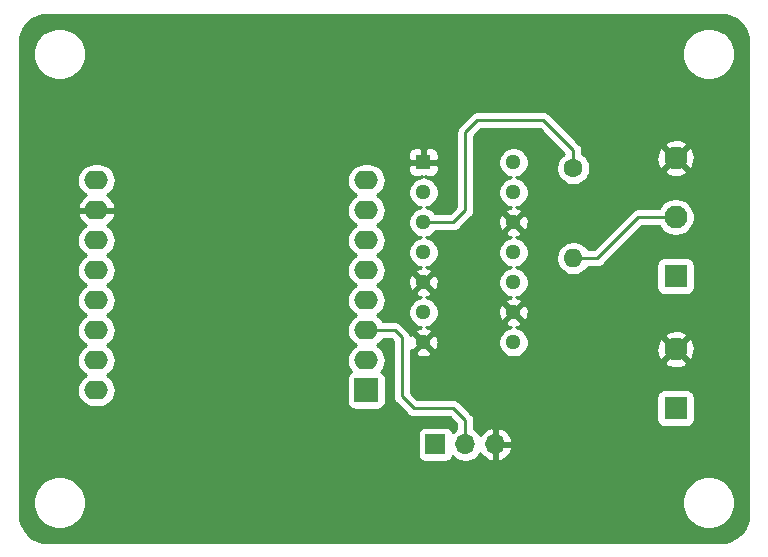
<source format=gtl>
G04 #@! TF.GenerationSoftware,KiCad,Pcbnew,(5.1.10)-1*
G04 #@! TF.CreationDate,2022-01-24T23:11:23-05:00*
G04 #@! TF.ProjectId,EmotionLampBoard_V1,456d6f74-696f-46e4-9c61-6d70426f6172,rev?*
G04 #@! TF.SameCoordinates,Original*
G04 #@! TF.FileFunction,Copper,L1,Top*
G04 #@! TF.FilePolarity,Positive*
%FSLAX46Y46*%
G04 Gerber Fmt 4.6, Leading zero omitted, Abs format (unit mm)*
G04 Created by KiCad (PCBNEW (5.1.10)-1) date 2022-01-24 23:11:23*
%MOMM*%
%LPD*%
G01*
G04 APERTURE LIST*
G04 #@! TA.AperFunction,ComponentPad*
%ADD10R,1.295400X1.295400*%
G04 #@! TD*
G04 #@! TA.AperFunction,ComponentPad*
%ADD11C,1.295400*%
G04 #@! TD*
G04 #@! TA.AperFunction,ComponentPad*
%ADD12R,1.950000X1.950000*%
G04 #@! TD*
G04 #@! TA.AperFunction,ComponentPad*
%ADD13C,1.950000*%
G04 #@! TD*
G04 #@! TA.AperFunction,ComponentPad*
%ADD14C,1.600000*%
G04 #@! TD*
G04 #@! TA.AperFunction,ComponentPad*
%ADD15O,1.600000X1.600000*%
G04 #@! TD*
G04 #@! TA.AperFunction,ComponentPad*
%ADD16O,2.000000X1.600000*%
G04 #@! TD*
G04 #@! TA.AperFunction,ComponentPad*
%ADD17R,2.000000X2.000000*%
G04 #@! TD*
G04 #@! TA.AperFunction,ComponentPad*
%ADD18R,1.700000X1.700000*%
G04 #@! TD*
G04 #@! TA.AperFunction,ComponentPad*
%ADD19O,1.700000X1.700000*%
G04 #@! TD*
G04 #@! TA.AperFunction,Conductor*
%ADD20C,0.250000*%
G04 #@! TD*
G04 #@! TA.AperFunction,Conductor*
%ADD21C,0.254000*%
G04 #@! TD*
G04 #@! TA.AperFunction,Conductor*
%ADD22C,0.150000*%
G04 #@! TD*
G04 APERTURE END LIST*
D10*
X147828000Y-74168000D03*
D11*
X147828000Y-76708000D03*
X147828000Y-79248000D03*
X147828000Y-81788000D03*
X147828000Y-84328000D03*
X147828000Y-86868000D03*
X147828000Y-89408000D03*
X155448000Y-89408000D03*
X155448000Y-86868000D03*
X155448000Y-84328000D03*
X155448000Y-81788000D03*
X155448000Y-79248000D03*
X155448000Y-76708000D03*
X155448000Y-74168000D03*
D12*
X169180000Y-83820000D03*
D13*
X169180000Y-78820000D03*
X169180000Y-73820000D03*
D12*
X169180000Y-95000000D03*
D13*
X169180000Y-90000000D03*
D14*
X160528000Y-74676000D03*
D15*
X160528000Y-82296000D03*
D16*
X143000000Y-90932000D03*
D17*
X143000000Y-93472000D03*
D16*
X143000000Y-88392000D03*
X143000000Y-85852000D03*
X143000000Y-83312000D03*
X143000000Y-80772000D03*
X143000000Y-78232000D03*
X143000000Y-75692000D03*
X120140000Y-75692000D03*
X120140000Y-78232000D03*
X120140000Y-80772000D03*
X120140000Y-83312000D03*
X120140000Y-85852000D03*
X120140000Y-88392000D03*
X120140000Y-90932000D03*
X120140000Y-93472000D03*
D18*
X148844000Y-98044000D03*
D19*
X151384000Y-98044000D03*
X153924000Y-98044000D03*
D20*
X166036000Y-78820000D02*
X166544000Y-78820000D01*
X162560000Y-82296000D02*
X166036000Y-78820000D01*
X160528000Y-82296000D02*
X162560000Y-82296000D01*
X169180000Y-78820000D02*
X166544000Y-78820000D01*
X151384000Y-96012000D02*
X151384000Y-98044000D01*
X147004000Y-94996000D02*
X150368000Y-94996000D01*
X150368000Y-94996000D02*
X151384000Y-96012000D01*
X146000000Y-93992000D02*
X147004000Y-94996000D01*
X146000000Y-89000000D02*
X146000000Y-93992000D01*
X145392000Y-88392000D02*
X146000000Y-89000000D01*
X143000000Y-88392000D02*
X145392000Y-88392000D01*
X151384000Y-71628000D02*
X152400000Y-70612000D01*
X151384000Y-78232000D02*
X151384000Y-71628000D01*
X152400000Y-70612000D02*
X156464000Y-70612000D01*
X150368000Y-79248000D02*
X151384000Y-78232000D01*
X147828000Y-79248000D02*
X150368000Y-79248000D01*
X160528000Y-74676000D02*
X160528000Y-73152000D01*
X160528000Y-73152000D02*
X157988000Y-70612000D01*
X157988000Y-70612000D02*
X156464000Y-70612000D01*
D21*
X173453893Y-61707670D02*
X173890498Y-61839489D01*
X174293185Y-62053600D01*
X174646612Y-62341848D01*
X174937327Y-62693261D01*
X175154242Y-63094439D01*
X175289106Y-63530113D01*
X175340000Y-64014344D01*
X175340001Y-103967711D01*
X175292330Y-104453894D01*
X175160512Y-104890497D01*
X174946399Y-105293186D01*
X174658150Y-105646613D01*
X174306739Y-105937327D01*
X173905564Y-106154240D01*
X173469886Y-106289106D01*
X172985664Y-106340000D01*
X116032279Y-106340000D01*
X115546106Y-106292330D01*
X115109503Y-106160512D01*
X114706814Y-105946399D01*
X114353387Y-105658150D01*
X114062673Y-105306739D01*
X113845760Y-104905564D01*
X113710894Y-104469886D01*
X113660000Y-103985664D01*
X113660000Y-102779872D01*
X114765000Y-102779872D01*
X114765000Y-103220128D01*
X114850890Y-103651925D01*
X115019369Y-104058669D01*
X115263962Y-104424729D01*
X115575271Y-104736038D01*
X115941331Y-104980631D01*
X116348075Y-105149110D01*
X116779872Y-105235000D01*
X117220128Y-105235000D01*
X117651925Y-105149110D01*
X118058669Y-104980631D01*
X118424729Y-104736038D01*
X118736038Y-104424729D01*
X118980631Y-104058669D01*
X119149110Y-103651925D01*
X119235000Y-103220128D01*
X119235000Y-102779872D01*
X169765000Y-102779872D01*
X169765000Y-103220128D01*
X169850890Y-103651925D01*
X170019369Y-104058669D01*
X170263962Y-104424729D01*
X170575271Y-104736038D01*
X170941331Y-104980631D01*
X171348075Y-105149110D01*
X171779872Y-105235000D01*
X172220128Y-105235000D01*
X172651925Y-105149110D01*
X173058669Y-104980631D01*
X173424729Y-104736038D01*
X173736038Y-104424729D01*
X173980631Y-104058669D01*
X174149110Y-103651925D01*
X174235000Y-103220128D01*
X174235000Y-102779872D01*
X174149110Y-102348075D01*
X173980631Y-101941331D01*
X173736038Y-101575271D01*
X173424729Y-101263962D01*
X173058669Y-101019369D01*
X172651925Y-100850890D01*
X172220128Y-100765000D01*
X171779872Y-100765000D01*
X171348075Y-100850890D01*
X170941331Y-101019369D01*
X170575271Y-101263962D01*
X170263962Y-101575271D01*
X170019369Y-101941331D01*
X169850890Y-102348075D01*
X169765000Y-102779872D01*
X119235000Y-102779872D01*
X119149110Y-102348075D01*
X118980631Y-101941331D01*
X118736038Y-101575271D01*
X118424729Y-101263962D01*
X118058669Y-101019369D01*
X117651925Y-100850890D01*
X117220128Y-100765000D01*
X116779872Y-100765000D01*
X116348075Y-100850890D01*
X115941331Y-101019369D01*
X115575271Y-101263962D01*
X115263962Y-101575271D01*
X115019369Y-101941331D01*
X114850890Y-102348075D01*
X114765000Y-102779872D01*
X113660000Y-102779872D01*
X113660000Y-80772000D01*
X118498057Y-80772000D01*
X118525764Y-81053309D01*
X118607818Y-81323808D01*
X118741068Y-81573101D01*
X118920392Y-81791608D01*
X119138899Y-81970932D01*
X119271858Y-82042000D01*
X119138899Y-82113068D01*
X118920392Y-82292392D01*
X118741068Y-82510899D01*
X118607818Y-82760192D01*
X118525764Y-83030691D01*
X118498057Y-83312000D01*
X118525764Y-83593309D01*
X118607818Y-83863808D01*
X118741068Y-84113101D01*
X118920392Y-84331608D01*
X119138899Y-84510932D01*
X119271858Y-84582000D01*
X119138899Y-84653068D01*
X118920392Y-84832392D01*
X118741068Y-85050899D01*
X118607818Y-85300192D01*
X118525764Y-85570691D01*
X118498057Y-85852000D01*
X118525764Y-86133309D01*
X118607818Y-86403808D01*
X118741068Y-86653101D01*
X118920392Y-86871608D01*
X119138899Y-87050932D01*
X119271858Y-87122000D01*
X119138899Y-87193068D01*
X118920392Y-87372392D01*
X118741068Y-87590899D01*
X118607818Y-87840192D01*
X118525764Y-88110691D01*
X118498057Y-88392000D01*
X118525764Y-88673309D01*
X118607818Y-88943808D01*
X118741068Y-89193101D01*
X118920392Y-89411608D01*
X119138899Y-89590932D01*
X119271858Y-89662000D01*
X119138899Y-89733068D01*
X118920392Y-89912392D01*
X118741068Y-90130899D01*
X118607818Y-90380192D01*
X118525764Y-90650691D01*
X118498057Y-90932000D01*
X118525764Y-91213309D01*
X118607818Y-91483808D01*
X118741068Y-91733101D01*
X118920392Y-91951608D01*
X119138899Y-92130932D01*
X119271858Y-92202000D01*
X119138899Y-92273068D01*
X118920392Y-92452392D01*
X118741068Y-92670899D01*
X118607818Y-92920192D01*
X118525764Y-93190691D01*
X118498057Y-93472000D01*
X118525764Y-93753309D01*
X118607818Y-94023808D01*
X118741068Y-94273101D01*
X118920392Y-94491608D01*
X119138899Y-94670932D01*
X119388192Y-94804182D01*
X119658691Y-94886236D01*
X119869508Y-94907000D01*
X120410492Y-94907000D01*
X120621309Y-94886236D01*
X120891808Y-94804182D01*
X121141101Y-94670932D01*
X121359608Y-94491608D01*
X121538932Y-94273101D01*
X121672182Y-94023808D01*
X121754236Y-93753309D01*
X121781943Y-93472000D01*
X121754236Y-93190691D01*
X121672182Y-92920192D01*
X121538932Y-92670899D01*
X121359608Y-92452392D01*
X121141101Y-92273068D01*
X121008142Y-92202000D01*
X121141101Y-92130932D01*
X121359608Y-91951608D01*
X121538932Y-91733101D01*
X121672182Y-91483808D01*
X121754236Y-91213309D01*
X121781943Y-90932000D01*
X121754236Y-90650691D01*
X121672182Y-90380192D01*
X121538932Y-90130899D01*
X121359608Y-89912392D01*
X121141101Y-89733068D01*
X121008142Y-89662000D01*
X121141101Y-89590932D01*
X121359608Y-89411608D01*
X121538932Y-89193101D01*
X121672182Y-88943808D01*
X121754236Y-88673309D01*
X121781943Y-88392000D01*
X121754236Y-88110691D01*
X121672182Y-87840192D01*
X121538932Y-87590899D01*
X121359608Y-87372392D01*
X121141101Y-87193068D01*
X121008142Y-87122000D01*
X121141101Y-87050932D01*
X121359608Y-86871608D01*
X121538932Y-86653101D01*
X121672182Y-86403808D01*
X121754236Y-86133309D01*
X121781943Y-85852000D01*
X121754236Y-85570691D01*
X121672182Y-85300192D01*
X121538932Y-85050899D01*
X121359608Y-84832392D01*
X121141101Y-84653068D01*
X121008142Y-84582000D01*
X121141101Y-84510932D01*
X121359608Y-84331608D01*
X121538932Y-84113101D01*
X121672182Y-83863808D01*
X121754236Y-83593309D01*
X121781943Y-83312000D01*
X121754236Y-83030691D01*
X121672182Y-82760192D01*
X121538932Y-82510899D01*
X121359608Y-82292392D01*
X121141101Y-82113068D01*
X121008142Y-82042000D01*
X121141101Y-81970932D01*
X121359608Y-81791608D01*
X121538932Y-81573101D01*
X121672182Y-81323808D01*
X121754236Y-81053309D01*
X121781943Y-80772000D01*
X121754236Y-80490691D01*
X121672182Y-80220192D01*
X121538932Y-79970899D01*
X121359608Y-79752392D01*
X121141101Y-79573068D01*
X121011655Y-79503878D01*
X121029227Y-79496430D01*
X121262662Y-79337673D01*
X121460639Y-79136425D01*
X121615551Y-78900421D01*
X121721444Y-78638730D01*
X121731904Y-78581039D01*
X121609915Y-78359000D01*
X120267000Y-78359000D01*
X120267000Y-78379000D01*
X120013000Y-78379000D01*
X120013000Y-78359000D01*
X118670085Y-78359000D01*
X118548096Y-78581039D01*
X118558556Y-78638730D01*
X118664449Y-78900421D01*
X118819361Y-79136425D01*
X119017338Y-79337673D01*
X119250773Y-79496430D01*
X119268345Y-79503878D01*
X119138899Y-79573068D01*
X118920392Y-79752392D01*
X118741068Y-79970899D01*
X118607818Y-80220192D01*
X118525764Y-80490691D01*
X118498057Y-80772000D01*
X113660000Y-80772000D01*
X113660000Y-75692000D01*
X118498057Y-75692000D01*
X118525764Y-75973309D01*
X118607818Y-76243808D01*
X118741068Y-76493101D01*
X118920392Y-76711608D01*
X119138899Y-76890932D01*
X119268345Y-76960122D01*
X119250773Y-76967570D01*
X119017338Y-77126327D01*
X118819361Y-77327575D01*
X118664449Y-77563579D01*
X118558556Y-77825270D01*
X118548096Y-77882961D01*
X118670085Y-78105000D01*
X120013000Y-78105000D01*
X120013000Y-78085000D01*
X120267000Y-78085000D01*
X120267000Y-78105000D01*
X121609915Y-78105000D01*
X121731904Y-77882961D01*
X121721444Y-77825270D01*
X121615551Y-77563579D01*
X121460639Y-77327575D01*
X121262662Y-77126327D01*
X121029227Y-76967570D01*
X121011655Y-76960122D01*
X121141101Y-76890932D01*
X121359608Y-76711608D01*
X121538932Y-76493101D01*
X121672182Y-76243808D01*
X121754236Y-75973309D01*
X121781943Y-75692000D01*
X141358057Y-75692000D01*
X141385764Y-75973309D01*
X141467818Y-76243808D01*
X141601068Y-76493101D01*
X141780392Y-76711608D01*
X141998899Y-76890932D01*
X142131858Y-76962000D01*
X141998899Y-77033068D01*
X141780392Y-77212392D01*
X141601068Y-77430899D01*
X141467818Y-77680192D01*
X141385764Y-77950691D01*
X141358057Y-78232000D01*
X141385764Y-78513309D01*
X141467818Y-78783808D01*
X141601068Y-79033101D01*
X141780392Y-79251608D01*
X141998899Y-79430932D01*
X142131858Y-79502000D01*
X141998899Y-79573068D01*
X141780392Y-79752392D01*
X141601068Y-79970899D01*
X141467818Y-80220192D01*
X141385764Y-80490691D01*
X141358057Y-80772000D01*
X141385764Y-81053309D01*
X141467818Y-81323808D01*
X141601068Y-81573101D01*
X141780392Y-81791608D01*
X141998899Y-81970932D01*
X142131858Y-82042000D01*
X141998899Y-82113068D01*
X141780392Y-82292392D01*
X141601068Y-82510899D01*
X141467818Y-82760192D01*
X141385764Y-83030691D01*
X141358057Y-83312000D01*
X141385764Y-83593309D01*
X141467818Y-83863808D01*
X141601068Y-84113101D01*
X141780392Y-84331608D01*
X141998899Y-84510932D01*
X142131858Y-84582000D01*
X141998899Y-84653068D01*
X141780392Y-84832392D01*
X141601068Y-85050899D01*
X141467818Y-85300192D01*
X141385764Y-85570691D01*
X141358057Y-85852000D01*
X141385764Y-86133309D01*
X141467818Y-86403808D01*
X141601068Y-86653101D01*
X141780392Y-86871608D01*
X141998899Y-87050932D01*
X142131858Y-87122000D01*
X141998899Y-87193068D01*
X141780392Y-87372392D01*
X141601068Y-87590899D01*
X141467818Y-87840192D01*
X141385764Y-88110691D01*
X141358057Y-88392000D01*
X141385764Y-88673309D01*
X141467818Y-88943808D01*
X141601068Y-89193101D01*
X141780392Y-89411608D01*
X141998899Y-89590932D01*
X142131858Y-89662000D01*
X141998899Y-89733068D01*
X141780392Y-89912392D01*
X141601068Y-90130899D01*
X141467818Y-90380192D01*
X141385764Y-90650691D01*
X141358057Y-90932000D01*
X141385764Y-91213309D01*
X141467818Y-91483808D01*
X141601068Y-91733101D01*
X141733476Y-91894441D01*
X141645506Y-91941463D01*
X141548815Y-92020815D01*
X141469463Y-92117506D01*
X141410498Y-92227820D01*
X141374188Y-92347518D01*
X141361928Y-92472000D01*
X141361928Y-94472000D01*
X141374188Y-94596482D01*
X141410498Y-94716180D01*
X141469463Y-94826494D01*
X141548815Y-94923185D01*
X141645506Y-95002537D01*
X141755820Y-95061502D01*
X141875518Y-95097812D01*
X142000000Y-95110072D01*
X144000000Y-95110072D01*
X144124482Y-95097812D01*
X144244180Y-95061502D01*
X144354494Y-95002537D01*
X144451185Y-94923185D01*
X144530537Y-94826494D01*
X144589502Y-94716180D01*
X144625812Y-94596482D01*
X144638072Y-94472000D01*
X144638072Y-92472000D01*
X144625812Y-92347518D01*
X144589502Y-92227820D01*
X144530537Y-92117506D01*
X144451185Y-92020815D01*
X144354494Y-91941463D01*
X144266524Y-91894441D01*
X144398932Y-91733101D01*
X144532182Y-91483808D01*
X144614236Y-91213309D01*
X144641943Y-90932000D01*
X144614236Y-90650691D01*
X144532182Y-90380192D01*
X144398932Y-90130899D01*
X144219608Y-89912392D01*
X144001101Y-89733068D01*
X143868142Y-89662000D01*
X144001101Y-89590932D01*
X144219608Y-89411608D01*
X144398932Y-89193101D01*
X144420901Y-89152000D01*
X145077199Y-89152000D01*
X145240000Y-89314802D01*
X145240001Y-93954668D01*
X145236324Y-93992000D01*
X145250998Y-94140985D01*
X145294454Y-94284246D01*
X145365026Y-94416276D01*
X145410758Y-94472000D01*
X145460000Y-94532001D01*
X145488998Y-94555799D01*
X146440205Y-95507008D01*
X146463999Y-95536001D01*
X146492992Y-95559795D01*
X146492996Y-95559799D01*
X146563685Y-95617811D01*
X146579724Y-95630974D01*
X146711753Y-95701546D01*
X146855014Y-95745003D01*
X146966667Y-95756000D01*
X146966676Y-95756000D01*
X147003999Y-95759676D01*
X147041322Y-95756000D01*
X150053199Y-95756000D01*
X150624000Y-96326802D01*
X150624000Y-96765821D01*
X150437368Y-96890525D01*
X150305513Y-97022380D01*
X150283502Y-96949820D01*
X150224537Y-96839506D01*
X150145185Y-96742815D01*
X150048494Y-96663463D01*
X149938180Y-96604498D01*
X149818482Y-96568188D01*
X149694000Y-96555928D01*
X147994000Y-96555928D01*
X147869518Y-96568188D01*
X147749820Y-96604498D01*
X147639506Y-96663463D01*
X147542815Y-96742815D01*
X147463463Y-96839506D01*
X147404498Y-96949820D01*
X147368188Y-97069518D01*
X147355928Y-97194000D01*
X147355928Y-98894000D01*
X147368188Y-99018482D01*
X147404498Y-99138180D01*
X147463463Y-99248494D01*
X147542815Y-99345185D01*
X147639506Y-99424537D01*
X147749820Y-99483502D01*
X147869518Y-99519812D01*
X147994000Y-99532072D01*
X149694000Y-99532072D01*
X149818482Y-99519812D01*
X149938180Y-99483502D01*
X150048494Y-99424537D01*
X150145185Y-99345185D01*
X150224537Y-99248494D01*
X150283502Y-99138180D01*
X150305513Y-99065620D01*
X150437368Y-99197475D01*
X150680589Y-99359990D01*
X150950842Y-99471932D01*
X151237740Y-99529000D01*
X151530260Y-99529000D01*
X151817158Y-99471932D01*
X152087411Y-99359990D01*
X152330632Y-99197475D01*
X152537475Y-98990632D01*
X152659195Y-98808466D01*
X152728822Y-98925355D01*
X152923731Y-99141588D01*
X153157080Y-99315641D01*
X153419901Y-99440825D01*
X153567110Y-99485476D01*
X153797000Y-99364155D01*
X153797000Y-98171000D01*
X154051000Y-98171000D01*
X154051000Y-99364155D01*
X154280890Y-99485476D01*
X154428099Y-99440825D01*
X154690920Y-99315641D01*
X154924269Y-99141588D01*
X155119178Y-98925355D01*
X155268157Y-98675252D01*
X155365481Y-98400891D01*
X155244814Y-98171000D01*
X154051000Y-98171000D01*
X153797000Y-98171000D01*
X153777000Y-98171000D01*
X153777000Y-97917000D01*
X153797000Y-97917000D01*
X153797000Y-96723845D01*
X154051000Y-96723845D01*
X154051000Y-97917000D01*
X155244814Y-97917000D01*
X155365481Y-97687109D01*
X155268157Y-97412748D01*
X155119178Y-97162645D01*
X154924269Y-96946412D01*
X154690920Y-96772359D01*
X154428099Y-96647175D01*
X154280890Y-96602524D01*
X154051000Y-96723845D01*
X153797000Y-96723845D01*
X153567110Y-96602524D01*
X153419901Y-96647175D01*
X153157080Y-96772359D01*
X152923731Y-96946412D01*
X152728822Y-97162645D01*
X152659195Y-97279534D01*
X152537475Y-97097368D01*
X152330632Y-96890525D01*
X152144000Y-96765822D01*
X152144000Y-96049322D01*
X152147676Y-96012000D01*
X152144000Y-95974677D01*
X152144000Y-95974667D01*
X152133003Y-95863014D01*
X152089546Y-95719753D01*
X152079814Y-95701546D01*
X152018974Y-95587723D01*
X151947799Y-95500997D01*
X151924001Y-95471999D01*
X151895004Y-95448202D01*
X150931804Y-94485002D01*
X150908001Y-94455999D01*
X150792276Y-94361026D01*
X150660247Y-94290454D01*
X150516986Y-94246997D01*
X150405333Y-94236000D01*
X150405322Y-94236000D01*
X150368000Y-94232324D01*
X150330678Y-94236000D01*
X147318803Y-94236000D01*
X147107803Y-94025000D01*
X167566928Y-94025000D01*
X167566928Y-95975000D01*
X167579188Y-96099482D01*
X167615498Y-96219180D01*
X167674463Y-96329494D01*
X167753815Y-96426185D01*
X167850506Y-96505537D01*
X167960820Y-96564502D01*
X168080518Y-96600812D01*
X168205000Y-96613072D01*
X170155000Y-96613072D01*
X170279482Y-96600812D01*
X170399180Y-96564502D01*
X170509494Y-96505537D01*
X170606185Y-96426185D01*
X170685537Y-96329494D01*
X170744502Y-96219180D01*
X170780812Y-96099482D01*
X170793072Y-95975000D01*
X170793072Y-94025000D01*
X170780812Y-93900518D01*
X170744502Y-93780820D01*
X170685537Y-93670506D01*
X170606185Y-93573815D01*
X170509494Y-93494463D01*
X170399180Y-93435498D01*
X170279482Y-93399188D01*
X170155000Y-93386928D01*
X168205000Y-93386928D01*
X168080518Y-93399188D01*
X167960820Y-93435498D01*
X167850506Y-93494463D01*
X167753815Y-93573815D01*
X167674463Y-93670506D01*
X167615498Y-93780820D01*
X167579188Y-93900518D01*
X167566928Y-94025000D01*
X147107803Y-94025000D01*
X146760000Y-93677199D01*
X146760000Y-91117584D01*
X168242021Y-91117584D01*
X168334766Y-91379429D01*
X168620120Y-91517820D01*
X168926990Y-91597883D01*
X169243584Y-91616540D01*
X169557733Y-91573074D01*
X169857367Y-91469156D01*
X170025234Y-91379429D01*
X170117979Y-91117584D01*
X169180000Y-90179605D01*
X168242021Y-91117584D01*
X146760000Y-91117584D01*
X146760000Y-90291882D01*
X147123723Y-90291882D01*
X147176832Y-90520321D01*
X147406347Y-90625985D01*
X147652066Y-90684843D01*
X147904546Y-90694631D01*
X148154084Y-90654975D01*
X148391092Y-90567399D01*
X148479168Y-90520321D01*
X148532277Y-90291882D01*
X147828000Y-89587605D01*
X147123723Y-90291882D01*
X146760000Y-90291882D01*
X146760000Y-90069472D01*
X146944118Y-90112277D01*
X147648395Y-89408000D01*
X148007605Y-89408000D01*
X148711882Y-90112277D01*
X148940321Y-90059168D01*
X149045985Y-89829653D01*
X149104843Y-89583934D01*
X149114631Y-89331454D01*
X149106719Y-89281665D01*
X154165300Y-89281665D01*
X154165300Y-89534335D01*
X154214594Y-89782150D01*
X154311286Y-90015586D01*
X154451662Y-90225673D01*
X154630327Y-90404338D01*
X154840414Y-90544714D01*
X155073850Y-90641406D01*
X155321665Y-90690700D01*
X155574335Y-90690700D01*
X155822150Y-90641406D01*
X156055586Y-90544714D01*
X156265673Y-90404338D01*
X156444338Y-90225673D01*
X156552642Y-90063584D01*
X167563460Y-90063584D01*
X167606926Y-90377733D01*
X167710844Y-90677367D01*
X167800571Y-90845234D01*
X168062416Y-90937979D01*
X169000395Y-90000000D01*
X169359605Y-90000000D01*
X170297584Y-90937979D01*
X170559429Y-90845234D01*
X170697820Y-90559880D01*
X170777883Y-90253010D01*
X170796540Y-89936416D01*
X170753074Y-89622267D01*
X170649156Y-89322633D01*
X170559429Y-89154766D01*
X170297584Y-89062021D01*
X169359605Y-90000000D01*
X169000395Y-90000000D01*
X168062416Y-89062021D01*
X167800571Y-89154766D01*
X167662180Y-89440120D01*
X167582117Y-89746990D01*
X167563460Y-90063584D01*
X156552642Y-90063584D01*
X156584714Y-90015586D01*
X156681406Y-89782150D01*
X156730700Y-89534335D01*
X156730700Y-89281665D01*
X156681406Y-89033850D01*
X156618681Y-88882416D01*
X168242021Y-88882416D01*
X169180000Y-89820395D01*
X170117979Y-88882416D01*
X170025234Y-88620571D01*
X169739880Y-88482180D01*
X169433010Y-88402117D01*
X169116416Y-88383460D01*
X168802267Y-88426926D01*
X168502633Y-88530844D01*
X168334766Y-88620571D01*
X168242021Y-88882416D01*
X156618681Y-88882416D01*
X156584714Y-88800414D01*
X156444338Y-88590327D01*
X156265673Y-88411662D01*
X156055586Y-88271286D01*
X155822150Y-88174594D01*
X155634192Y-88137206D01*
X155774084Y-88114975D01*
X156011092Y-88027399D01*
X156099168Y-87980321D01*
X156152277Y-87751882D01*
X155448000Y-87047605D01*
X154743723Y-87751882D01*
X154796832Y-87980321D01*
X155026347Y-88085985D01*
X155249995Y-88139556D01*
X155073850Y-88174594D01*
X154840414Y-88271286D01*
X154630327Y-88411662D01*
X154451662Y-88590327D01*
X154311286Y-88800414D01*
X154214594Y-89033850D01*
X154165300Y-89281665D01*
X149106719Y-89281665D01*
X149074975Y-89081916D01*
X148987399Y-88844908D01*
X148940321Y-88756832D01*
X148711882Y-88703723D01*
X148007605Y-89408000D01*
X147648395Y-89408000D01*
X146944118Y-88703723D01*
X146720120Y-88755799D01*
X146705546Y-88707753D01*
X146634974Y-88575724D01*
X146540001Y-88459999D01*
X146511004Y-88436202D01*
X145955803Y-87881002D01*
X145932001Y-87851999D01*
X145816276Y-87757026D01*
X145684247Y-87686454D01*
X145540986Y-87642997D01*
X145429333Y-87632000D01*
X145429322Y-87632000D01*
X145392000Y-87628324D01*
X145354678Y-87632000D01*
X144420901Y-87632000D01*
X144398932Y-87590899D01*
X144219608Y-87372392D01*
X144001101Y-87193068D01*
X143868142Y-87122000D01*
X144001101Y-87050932D01*
X144219608Y-86871608D01*
X144326249Y-86741665D01*
X146545300Y-86741665D01*
X146545300Y-86994335D01*
X146594594Y-87242150D01*
X146691286Y-87475586D01*
X146831662Y-87685673D01*
X147010327Y-87864338D01*
X147220414Y-88004714D01*
X147453850Y-88101406D01*
X147641808Y-88138794D01*
X147501916Y-88161025D01*
X147264908Y-88248601D01*
X147176832Y-88295679D01*
X147123723Y-88524118D01*
X147828000Y-89228395D01*
X148532277Y-88524118D01*
X148479168Y-88295679D01*
X148249653Y-88190015D01*
X148026005Y-88136444D01*
X148202150Y-88101406D01*
X148435586Y-88004714D01*
X148645673Y-87864338D01*
X148824338Y-87685673D01*
X148964714Y-87475586D01*
X149061406Y-87242150D01*
X149110700Y-86994335D01*
X149110700Y-86944546D01*
X154161369Y-86944546D01*
X154201025Y-87194084D01*
X154288601Y-87431092D01*
X154335679Y-87519168D01*
X154564118Y-87572277D01*
X155268395Y-86868000D01*
X155627605Y-86868000D01*
X156331882Y-87572277D01*
X156560321Y-87519168D01*
X156665985Y-87289653D01*
X156724843Y-87043934D01*
X156734631Y-86791454D01*
X156694975Y-86541916D01*
X156607399Y-86304908D01*
X156560321Y-86216832D01*
X156331882Y-86163723D01*
X155627605Y-86868000D01*
X155268395Y-86868000D01*
X154564118Y-86163723D01*
X154335679Y-86216832D01*
X154230015Y-86446347D01*
X154171157Y-86692066D01*
X154161369Y-86944546D01*
X149110700Y-86944546D01*
X149110700Y-86741665D01*
X149061406Y-86493850D01*
X148964714Y-86260414D01*
X148824338Y-86050327D01*
X148645673Y-85871662D01*
X148435586Y-85731286D01*
X148202150Y-85634594D01*
X148014192Y-85597206D01*
X148154084Y-85574975D01*
X148391092Y-85487399D01*
X148479168Y-85440321D01*
X148532277Y-85211882D01*
X147828000Y-84507605D01*
X147123723Y-85211882D01*
X147176832Y-85440321D01*
X147406347Y-85545985D01*
X147629995Y-85599556D01*
X147453850Y-85634594D01*
X147220414Y-85731286D01*
X147010327Y-85871662D01*
X146831662Y-86050327D01*
X146691286Y-86260414D01*
X146594594Y-86493850D01*
X146545300Y-86741665D01*
X144326249Y-86741665D01*
X144398932Y-86653101D01*
X144532182Y-86403808D01*
X144614236Y-86133309D01*
X144641943Y-85852000D01*
X144614236Y-85570691D01*
X144532182Y-85300192D01*
X144398932Y-85050899D01*
X144219608Y-84832392D01*
X144001101Y-84653068D01*
X143868142Y-84582000D01*
X144001101Y-84510932D01*
X144130732Y-84404546D01*
X146541369Y-84404546D01*
X146581025Y-84654084D01*
X146668601Y-84891092D01*
X146715679Y-84979168D01*
X146944118Y-85032277D01*
X147648395Y-84328000D01*
X148007605Y-84328000D01*
X148711882Y-85032277D01*
X148940321Y-84979168D01*
X149045985Y-84749653D01*
X149104843Y-84503934D01*
X149114631Y-84251454D01*
X149074975Y-84001916D01*
X148987399Y-83764908D01*
X148940321Y-83676832D01*
X148711882Y-83623723D01*
X148007605Y-84328000D01*
X147648395Y-84328000D01*
X146944118Y-83623723D01*
X146715679Y-83676832D01*
X146610015Y-83906347D01*
X146551157Y-84152066D01*
X146541369Y-84404546D01*
X144130732Y-84404546D01*
X144219608Y-84331608D01*
X144398932Y-84113101D01*
X144532182Y-83863808D01*
X144614236Y-83593309D01*
X144641943Y-83312000D01*
X144614236Y-83030691D01*
X144532182Y-82760192D01*
X144398932Y-82510899D01*
X144219608Y-82292392D01*
X144001101Y-82113068D01*
X143868142Y-82042000D01*
X144001101Y-81970932D01*
X144219608Y-81791608D01*
X144398932Y-81573101D01*
X144532182Y-81323808D01*
X144614236Y-81053309D01*
X144641943Y-80772000D01*
X144614236Y-80490691D01*
X144532182Y-80220192D01*
X144398932Y-79970899D01*
X144219608Y-79752392D01*
X144001101Y-79573068D01*
X143868142Y-79502000D01*
X144001101Y-79430932D01*
X144219608Y-79251608D01*
X144398932Y-79033101D01*
X144532182Y-78783808D01*
X144614236Y-78513309D01*
X144641943Y-78232000D01*
X144614236Y-77950691D01*
X144532182Y-77680192D01*
X144398932Y-77430899D01*
X144219608Y-77212392D01*
X144001101Y-77033068D01*
X143868142Y-76962000D01*
X144001101Y-76890932D01*
X144219608Y-76711608D01*
X144398932Y-76493101D01*
X144532182Y-76243808D01*
X144614236Y-75973309D01*
X144641943Y-75692000D01*
X144614236Y-75410691D01*
X144532182Y-75140192D01*
X144398932Y-74890899D01*
X144337218Y-74815700D01*
X146542228Y-74815700D01*
X146554488Y-74940182D01*
X146590798Y-75059880D01*
X146649763Y-75170194D01*
X146729115Y-75266885D01*
X146825806Y-75346237D01*
X146936120Y-75405202D01*
X147055818Y-75441512D01*
X147180300Y-75453772D01*
X147542250Y-75450700D01*
X147700998Y-75291952D01*
X147700998Y-75425433D01*
X147453850Y-75474594D01*
X147220414Y-75571286D01*
X147010327Y-75711662D01*
X146831662Y-75890327D01*
X146691286Y-76100414D01*
X146594594Y-76333850D01*
X146545300Y-76581665D01*
X146545300Y-76834335D01*
X146594594Y-77082150D01*
X146691286Y-77315586D01*
X146831662Y-77525673D01*
X147010327Y-77704338D01*
X147220414Y-77844714D01*
X147453850Y-77941406D01*
X147637818Y-77978000D01*
X147453850Y-78014594D01*
X147220414Y-78111286D01*
X147010327Y-78251662D01*
X146831662Y-78430327D01*
X146691286Y-78640414D01*
X146594594Y-78873850D01*
X146545300Y-79121665D01*
X146545300Y-79374335D01*
X146594594Y-79622150D01*
X146691286Y-79855586D01*
X146831662Y-80065673D01*
X147010327Y-80244338D01*
X147220414Y-80384714D01*
X147453850Y-80481406D01*
X147637818Y-80518000D01*
X147453850Y-80554594D01*
X147220414Y-80651286D01*
X147010327Y-80791662D01*
X146831662Y-80970327D01*
X146691286Y-81180414D01*
X146594594Y-81413850D01*
X146545300Y-81661665D01*
X146545300Y-81914335D01*
X146594594Y-82162150D01*
X146691286Y-82395586D01*
X146831662Y-82605673D01*
X147010327Y-82784338D01*
X147220414Y-82924714D01*
X147453850Y-83021406D01*
X147641808Y-83058794D01*
X147501916Y-83081025D01*
X147264908Y-83168601D01*
X147176832Y-83215679D01*
X147123723Y-83444118D01*
X147828000Y-84148395D01*
X148532277Y-83444118D01*
X148479168Y-83215679D01*
X148249653Y-83110015D01*
X148026005Y-83056444D01*
X148202150Y-83021406D01*
X148435586Y-82924714D01*
X148645673Y-82784338D01*
X148824338Y-82605673D01*
X148964714Y-82395586D01*
X149061406Y-82162150D01*
X149110700Y-81914335D01*
X149110700Y-81661665D01*
X154165300Y-81661665D01*
X154165300Y-81914335D01*
X154214594Y-82162150D01*
X154311286Y-82395586D01*
X154451662Y-82605673D01*
X154630327Y-82784338D01*
X154840414Y-82924714D01*
X155073850Y-83021406D01*
X155257818Y-83058000D01*
X155073850Y-83094594D01*
X154840414Y-83191286D01*
X154630327Y-83331662D01*
X154451662Y-83510327D01*
X154311286Y-83720414D01*
X154214594Y-83953850D01*
X154165300Y-84201665D01*
X154165300Y-84454335D01*
X154214594Y-84702150D01*
X154311286Y-84935586D01*
X154451662Y-85145673D01*
X154630327Y-85324338D01*
X154840414Y-85464714D01*
X155073850Y-85561406D01*
X155261808Y-85598794D01*
X155121916Y-85621025D01*
X154884908Y-85708601D01*
X154796832Y-85755679D01*
X154743723Y-85984118D01*
X155448000Y-86688395D01*
X156152277Y-85984118D01*
X156099168Y-85755679D01*
X155869653Y-85650015D01*
X155646005Y-85596444D01*
X155822150Y-85561406D01*
X156055586Y-85464714D01*
X156265673Y-85324338D01*
X156444338Y-85145673D01*
X156584714Y-84935586D01*
X156681406Y-84702150D01*
X156730700Y-84454335D01*
X156730700Y-84201665D01*
X156681406Y-83953850D01*
X156584714Y-83720414D01*
X156444338Y-83510327D01*
X156265673Y-83331662D01*
X156055586Y-83191286D01*
X155822150Y-83094594D01*
X155638182Y-83058000D01*
X155822150Y-83021406D01*
X156055586Y-82924714D01*
X156265673Y-82784338D01*
X156444338Y-82605673D01*
X156584714Y-82395586D01*
X156681406Y-82162150D01*
X156682894Y-82154665D01*
X159093000Y-82154665D01*
X159093000Y-82437335D01*
X159148147Y-82714574D01*
X159256320Y-82975727D01*
X159413363Y-83210759D01*
X159613241Y-83410637D01*
X159848273Y-83567680D01*
X160109426Y-83675853D01*
X160386665Y-83731000D01*
X160669335Y-83731000D01*
X160946574Y-83675853D01*
X161207727Y-83567680D01*
X161442759Y-83410637D01*
X161642637Y-83210759D01*
X161746043Y-83056000D01*
X162522678Y-83056000D01*
X162560000Y-83059676D01*
X162597322Y-83056000D01*
X162597333Y-83056000D01*
X162708986Y-83045003D01*
X162852247Y-83001546D01*
X162984276Y-82930974D01*
X163089035Y-82845000D01*
X167566928Y-82845000D01*
X167566928Y-84795000D01*
X167579188Y-84919482D01*
X167615498Y-85039180D01*
X167674463Y-85149494D01*
X167753815Y-85246185D01*
X167850506Y-85325537D01*
X167960820Y-85384502D01*
X168080518Y-85420812D01*
X168205000Y-85433072D01*
X170155000Y-85433072D01*
X170279482Y-85420812D01*
X170399180Y-85384502D01*
X170509494Y-85325537D01*
X170606185Y-85246185D01*
X170685537Y-85149494D01*
X170744502Y-85039180D01*
X170780812Y-84919482D01*
X170793072Y-84795000D01*
X170793072Y-82845000D01*
X170780812Y-82720518D01*
X170744502Y-82600820D01*
X170685537Y-82490506D01*
X170606185Y-82393815D01*
X170509494Y-82314463D01*
X170399180Y-82255498D01*
X170279482Y-82219188D01*
X170155000Y-82206928D01*
X168205000Y-82206928D01*
X168080518Y-82219188D01*
X167960820Y-82255498D01*
X167850506Y-82314463D01*
X167753815Y-82393815D01*
X167674463Y-82490506D01*
X167615498Y-82600820D01*
X167579188Y-82720518D01*
X167566928Y-82845000D01*
X163089035Y-82845000D01*
X163100001Y-82836001D01*
X163123804Y-82806997D01*
X166350802Y-79580000D01*
X167752151Y-79580000D01*
X167753237Y-79582621D01*
X167929431Y-79846315D01*
X168153685Y-80070569D01*
X168417379Y-80246763D01*
X168710380Y-80368129D01*
X169021429Y-80430000D01*
X169338571Y-80430000D01*
X169649620Y-80368129D01*
X169942621Y-80246763D01*
X170206315Y-80070569D01*
X170430569Y-79846315D01*
X170606763Y-79582621D01*
X170728129Y-79289620D01*
X170790000Y-78978571D01*
X170790000Y-78661429D01*
X170728129Y-78350380D01*
X170606763Y-78057379D01*
X170430569Y-77793685D01*
X170206315Y-77569431D01*
X169942621Y-77393237D01*
X169649620Y-77271871D01*
X169338571Y-77210000D01*
X169021429Y-77210000D01*
X168710380Y-77271871D01*
X168417379Y-77393237D01*
X168153685Y-77569431D01*
X167929431Y-77793685D01*
X167753237Y-78057379D01*
X167752151Y-78060000D01*
X166073322Y-78060000D01*
X166035999Y-78056324D01*
X165998676Y-78060000D01*
X165998667Y-78060000D01*
X165887014Y-78070997D01*
X165743753Y-78114454D01*
X165611724Y-78185026D01*
X165495999Y-78279999D01*
X165472201Y-78308997D01*
X162245199Y-81536000D01*
X161746043Y-81536000D01*
X161642637Y-81381241D01*
X161442759Y-81181363D01*
X161207727Y-81024320D01*
X160946574Y-80916147D01*
X160669335Y-80861000D01*
X160386665Y-80861000D01*
X160109426Y-80916147D01*
X159848273Y-81024320D01*
X159613241Y-81181363D01*
X159413363Y-81381241D01*
X159256320Y-81616273D01*
X159148147Y-81877426D01*
X159093000Y-82154665D01*
X156682894Y-82154665D01*
X156730700Y-81914335D01*
X156730700Y-81661665D01*
X156681406Y-81413850D01*
X156584714Y-81180414D01*
X156444338Y-80970327D01*
X156265673Y-80791662D01*
X156055586Y-80651286D01*
X155822150Y-80554594D01*
X155634192Y-80517206D01*
X155774084Y-80494975D01*
X156011092Y-80407399D01*
X156099168Y-80360321D01*
X156152277Y-80131882D01*
X155448000Y-79427605D01*
X154743723Y-80131882D01*
X154796832Y-80360321D01*
X155026347Y-80465985D01*
X155249995Y-80519556D01*
X155073850Y-80554594D01*
X154840414Y-80651286D01*
X154630327Y-80791662D01*
X154451662Y-80970327D01*
X154311286Y-81180414D01*
X154214594Y-81413850D01*
X154165300Y-81661665D01*
X149110700Y-81661665D01*
X149061406Y-81413850D01*
X148964714Y-81180414D01*
X148824338Y-80970327D01*
X148645673Y-80791662D01*
X148435586Y-80651286D01*
X148202150Y-80554594D01*
X148018182Y-80518000D01*
X148202150Y-80481406D01*
X148435586Y-80384714D01*
X148645673Y-80244338D01*
X148824338Y-80065673D01*
X148862874Y-80008000D01*
X150330678Y-80008000D01*
X150368000Y-80011676D01*
X150405322Y-80008000D01*
X150405333Y-80008000D01*
X150516986Y-79997003D01*
X150660247Y-79953546D01*
X150792276Y-79882974D01*
X150908001Y-79788001D01*
X150931804Y-79758998D01*
X151366256Y-79324546D01*
X154161369Y-79324546D01*
X154201025Y-79574084D01*
X154288601Y-79811092D01*
X154335679Y-79899168D01*
X154564118Y-79952277D01*
X155268395Y-79248000D01*
X155627605Y-79248000D01*
X156331882Y-79952277D01*
X156560321Y-79899168D01*
X156665985Y-79669653D01*
X156724843Y-79423934D01*
X156734631Y-79171454D01*
X156694975Y-78921916D01*
X156607399Y-78684908D01*
X156560321Y-78596832D01*
X156331882Y-78543723D01*
X155627605Y-79248000D01*
X155268395Y-79248000D01*
X154564118Y-78543723D01*
X154335679Y-78596832D01*
X154230015Y-78826347D01*
X154171157Y-79072066D01*
X154161369Y-79324546D01*
X151366256Y-79324546D01*
X151895004Y-78795798D01*
X151924001Y-78772001D01*
X151976526Y-78707999D01*
X152018974Y-78656277D01*
X152089546Y-78524247D01*
X152100541Y-78488000D01*
X152133003Y-78380986D01*
X152144000Y-78269333D01*
X152144000Y-78269323D01*
X152147676Y-78232000D01*
X152144000Y-78194678D01*
X152144000Y-74041665D01*
X154165300Y-74041665D01*
X154165300Y-74294335D01*
X154214594Y-74542150D01*
X154311286Y-74775586D01*
X154451662Y-74985673D01*
X154630327Y-75164338D01*
X154840414Y-75304714D01*
X155073850Y-75401406D01*
X155257818Y-75438000D01*
X155073850Y-75474594D01*
X154840414Y-75571286D01*
X154630327Y-75711662D01*
X154451662Y-75890327D01*
X154311286Y-76100414D01*
X154214594Y-76333850D01*
X154165300Y-76581665D01*
X154165300Y-76834335D01*
X154214594Y-77082150D01*
X154311286Y-77315586D01*
X154451662Y-77525673D01*
X154630327Y-77704338D01*
X154840414Y-77844714D01*
X155073850Y-77941406D01*
X155261808Y-77978794D01*
X155121916Y-78001025D01*
X154884908Y-78088601D01*
X154796832Y-78135679D01*
X154743723Y-78364118D01*
X155448000Y-79068395D01*
X156152277Y-78364118D01*
X156099168Y-78135679D01*
X155869653Y-78030015D01*
X155646005Y-77976444D01*
X155822150Y-77941406D01*
X156055586Y-77844714D01*
X156265673Y-77704338D01*
X156444338Y-77525673D01*
X156584714Y-77315586D01*
X156681406Y-77082150D01*
X156730700Y-76834335D01*
X156730700Y-76581665D01*
X156681406Y-76333850D01*
X156584714Y-76100414D01*
X156444338Y-75890327D01*
X156265673Y-75711662D01*
X156055586Y-75571286D01*
X155822150Y-75474594D01*
X155638182Y-75438000D01*
X155822150Y-75401406D01*
X156055586Y-75304714D01*
X156265673Y-75164338D01*
X156444338Y-74985673D01*
X156584714Y-74775586D01*
X156681406Y-74542150D01*
X156730700Y-74294335D01*
X156730700Y-74041665D01*
X156681406Y-73793850D01*
X156584714Y-73560414D01*
X156444338Y-73350327D01*
X156265673Y-73171662D01*
X156055586Y-73031286D01*
X155822150Y-72934594D01*
X155574335Y-72885300D01*
X155321665Y-72885300D01*
X155073850Y-72934594D01*
X154840414Y-73031286D01*
X154630327Y-73171662D01*
X154451662Y-73350327D01*
X154311286Y-73560414D01*
X154214594Y-73793850D01*
X154165300Y-74041665D01*
X152144000Y-74041665D01*
X152144000Y-71942801D01*
X152714802Y-71372000D01*
X157673199Y-71372000D01*
X159762697Y-73461500D01*
X159613241Y-73561363D01*
X159413363Y-73761241D01*
X159256320Y-73996273D01*
X159148147Y-74257426D01*
X159093000Y-74534665D01*
X159093000Y-74817335D01*
X159148147Y-75094574D01*
X159256320Y-75355727D01*
X159413363Y-75590759D01*
X159613241Y-75790637D01*
X159848273Y-75947680D01*
X160109426Y-76055853D01*
X160386665Y-76111000D01*
X160669335Y-76111000D01*
X160946574Y-76055853D01*
X161207727Y-75947680D01*
X161442759Y-75790637D01*
X161642637Y-75590759D01*
X161799680Y-75355727D01*
X161907853Y-75094574D01*
X161939080Y-74937584D01*
X168242021Y-74937584D01*
X168334766Y-75199429D01*
X168620120Y-75337820D01*
X168926990Y-75417883D01*
X169243584Y-75436540D01*
X169557733Y-75393074D01*
X169857367Y-75289156D01*
X170025234Y-75199429D01*
X170117979Y-74937584D01*
X169180000Y-73999605D01*
X168242021Y-74937584D01*
X161939080Y-74937584D01*
X161963000Y-74817335D01*
X161963000Y-74534665D01*
X161907853Y-74257426D01*
X161799680Y-73996273D01*
X161724384Y-73883584D01*
X167563460Y-73883584D01*
X167606926Y-74197733D01*
X167710844Y-74497367D01*
X167800571Y-74665234D01*
X168062416Y-74757979D01*
X169000395Y-73820000D01*
X169359605Y-73820000D01*
X170297584Y-74757979D01*
X170559429Y-74665234D01*
X170697820Y-74379880D01*
X170777883Y-74073010D01*
X170796540Y-73756416D01*
X170753074Y-73442267D01*
X170649156Y-73142633D01*
X170559429Y-72974766D01*
X170297584Y-72882021D01*
X169359605Y-73820000D01*
X169000395Y-73820000D01*
X168062416Y-72882021D01*
X167800571Y-72974766D01*
X167662180Y-73260120D01*
X167582117Y-73566990D01*
X167563460Y-73883584D01*
X161724384Y-73883584D01*
X161642637Y-73761241D01*
X161442759Y-73561363D01*
X161288000Y-73457957D01*
X161288000Y-73189322D01*
X161291676Y-73151999D01*
X161288000Y-73114676D01*
X161288000Y-73114667D01*
X161277003Y-73003014D01*
X161233546Y-72859753D01*
X161162974Y-72727724D01*
X161142204Y-72702416D01*
X168242021Y-72702416D01*
X169180000Y-73640395D01*
X170117979Y-72702416D01*
X170025234Y-72440571D01*
X169739880Y-72302180D01*
X169433010Y-72222117D01*
X169116416Y-72203460D01*
X168802267Y-72246926D01*
X168502633Y-72350844D01*
X168334766Y-72440571D01*
X168242021Y-72702416D01*
X161142204Y-72702416D01*
X161091799Y-72640996D01*
X161091795Y-72640992D01*
X161068001Y-72611999D01*
X161039008Y-72588205D01*
X158551804Y-70101003D01*
X158528001Y-70071999D01*
X158412276Y-69977026D01*
X158280247Y-69906454D01*
X158136986Y-69862997D01*
X158025333Y-69852000D01*
X158025322Y-69852000D01*
X157988000Y-69848324D01*
X157950678Y-69852000D01*
X152437322Y-69852000D01*
X152400000Y-69848324D01*
X152362677Y-69852000D01*
X152362667Y-69852000D01*
X152251014Y-69862997D01*
X152107753Y-69906454D01*
X151975723Y-69977026D01*
X151892083Y-70045668D01*
X151859999Y-70071999D01*
X151836201Y-70100997D01*
X150872998Y-71064201D01*
X150844000Y-71087999D01*
X150820202Y-71116997D01*
X150820201Y-71116998D01*
X150749026Y-71203724D01*
X150678454Y-71335754D01*
X150634998Y-71479015D01*
X150620324Y-71628000D01*
X150624001Y-71665332D01*
X150624000Y-77917198D01*
X150053199Y-78488000D01*
X148862874Y-78488000D01*
X148824338Y-78430327D01*
X148645673Y-78251662D01*
X148435586Y-78111286D01*
X148202150Y-78014594D01*
X148018182Y-77978000D01*
X148202150Y-77941406D01*
X148435586Y-77844714D01*
X148645673Y-77704338D01*
X148824338Y-77525673D01*
X148964714Y-77315586D01*
X149061406Y-77082150D01*
X149110700Y-76834335D01*
X149110700Y-76581665D01*
X149061406Y-76333850D01*
X148964714Y-76100414D01*
X148824338Y-75890327D01*
X148645673Y-75711662D01*
X148435586Y-75571286D01*
X148202150Y-75474594D01*
X147955002Y-75425433D01*
X147955002Y-75291952D01*
X148113750Y-75450700D01*
X148475700Y-75453772D01*
X148600182Y-75441512D01*
X148719880Y-75405202D01*
X148830194Y-75346237D01*
X148926885Y-75266885D01*
X149006237Y-75170194D01*
X149065202Y-75059880D01*
X149101512Y-74940182D01*
X149113772Y-74815700D01*
X149110700Y-74453750D01*
X148951950Y-74295000D01*
X147955000Y-74295000D01*
X147955000Y-74315000D01*
X147701000Y-74315000D01*
X147701000Y-74295000D01*
X146704050Y-74295000D01*
X146545300Y-74453750D01*
X146542228Y-74815700D01*
X144337218Y-74815700D01*
X144219608Y-74672392D01*
X144001101Y-74493068D01*
X143751808Y-74359818D01*
X143481309Y-74277764D01*
X143270492Y-74257000D01*
X142729508Y-74257000D01*
X142518691Y-74277764D01*
X142248192Y-74359818D01*
X141998899Y-74493068D01*
X141780392Y-74672392D01*
X141601068Y-74890899D01*
X141467818Y-75140192D01*
X141385764Y-75410691D01*
X141358057Y-75692000D01*
X121781943Y-75692000D01*
X121754236Y-75410691D01*
X121672182Y-75140192D01*
X121538932Y-74890899D01*
X121359608Y-74672392D01*
X121141101Y-74493068D01*
X120891808Y-74359818D01*
X120621309Y-74277764D01*
X120410492Y-74257000D01*
X119869508Y-74257000D01*
X119658691Y-74277764D01*
X119388192Y-74359818D01*
X119138899Y-74493068D01*
X118920392Y-74672392D01*
X118741068Y-74890899D01*
X118607818Y-75140192D01*
X118525764Y-75410691D01*
X118498057Y-75692000D01*
X113660000Y-75692000D01*
X113660000Y-73520300D01*
X146542228Y-73520300D01*
X146545300Y-73882250D01*
X146704050Y-74041000D01*
X147701000Y-74041000D01*
X147701000Y-73044050D01*
X147955000Y-73044050D01*
X147955000Y-74041000D01*
X148951950Y-74041000D01*
X149110700Y-73882250D01*
X149113772Y-73520300D01*
X149101512Y-73395818D01*
X149065202Y-73276120D01*
X149006237Y-73165806D01*
X148926885Y-73069115D01*
X148830194Y-72989763D01*
X148719880Y-72930798D01*
X148600182Y-72894488D01*
X148475700Y-72882228D01*
X148113750Y-72885300D01*
X147955000Y-73044050D01*
X147701000Y-73044050D01*
X147542250Y-72885300D01*
X147180300Y-72882228D01*
X147055818Y-72894488D01*
X146936120Y-72930798D01*
X146825806Y-72989763D01*
X146729115Y-73069115D01*
X146649763Y-73165806D01*
X146590798Y-73276120D01*
X146554488Y-73395818D01*
X146542228Y-73520300D01*
X113660000Y-73520300D01*
X113660000Y-64779872D01*
X114765000Y-64779872D01*
X114765000Y-65220128D01*
X114850890Y-65651925D01*
X115019369Y-66058669D01*
X115263962Y-66424729D01*
X115575271Y-66736038D01*
X115941331Y-66980631D01*
X116348075Y-67149110D01*
X116779872Y-67235000D01*
X117220128Y-67235000D01*
X117651925Y-67149110D01*
X118058669Y-66980631D01*
X118424729Y-66736038D01*
X118736038Y-66424729D01*
X118980631Y-66058669D01*
X119149110Y-65651925D01*
X119235000Y-65220128D01*
X119235000Y-64779872D01*
X169765000Y-64779872D01*
X169765000Y-65220128D01*
X169850890Y-65651925D01*
X170019369Y-66058669D01*
X170263962Y-66424729D01*
X170575271Y-66736038D01*
X170941331Y-66980631D01*
X171348075Y-67149110D01*
X171779872Y-67235000D01*
X172220128Y-67235000D01*
X172651925Y-67149110D01*
X173058669Y-66980631D01*
X173424729Y-66736038D01*
X173736038Y-66424729D01*
X173980631Y-66058669D01*
X174149110Y-65651925D01*
X174235000Y-65220128D01*
X174235000Y-64779872D01*
X174149110Y-64348075D01*
X173980631Y-63941331D01*
X173736038Y-63575271D01*
X173424729Y-63263962D01*
X173058669Y-63019369D01*
X172651925Y-62850890D01*
X172220128Y-62765000D01*
X171779872Y-62765000D01*
X171348075Y-62850890D01*
X170941331Y-63019369D01*
X170575271Y-63263962D01*
X170263962Y-63575271D01*
X170019369Y-63941331D01*
X169850890Y-64348075D01*
X169765000Y-64779872D01*
X119235000Y-64779872D01*
X119149110Y-64348075D01*
X118980631Y-63941331D01*
X118736038Y-63575271D01*
X118424729Y-63263962D01*
X118058669Y-63019369D01*
X117651925Y-62850890D01*
X117220128Y-62765000D01*
X116779872Y-62765000D01*
X116348075Y-62850890D01*
X115941331Y-63019369D01*
X115575271Y-63263962D01*
X115263962Y-63575271D01*
X115019369Y-63941331D01*
X114850890Y-64348075D01*
X114765000Y-64779872D01*
X113660000Y-64779872D01*
X113660000Y-64032279D01*
X113707670Y-63546107D01*
X113839489Y-63109502D01*
X114053600Y-62706815D01*
X114341848Y-62353388D01*
X114693261Y-62062673D01*
X115094439Y-61845758D01*
X115530113Y-61710894D01*
X116014344Y-61660000D01*
X172967721Y-61660000D01*
X173453893Y-61707670D01*
G04 #@! TA.AperFunction,Conductor*
D22*
G36*
X173453893Y-61707670D02*
G01*
X173890498Y-61839489D01*
X174293185Y-62053600D01*
X174646612Y-62341848D01*
X174937327Y-62693261D01*
X175154242Y-63094439D01*
X175289106Y-63530113D01*
X175340000Y-64014344D01*
X175340001Y-103967711D01*
X175292330Y-104453894D01*
X175160512Y-104890497D01*
X174946399Y-105293186D01*
X174658150Y-105646613D01*
X174306739Y-105937327D01*
X173905564Y-106154240D01*
X173469886Y-106289106D01*
X172985664Y-106340000D01*
X116032279Y-106340000D01*
X115546106Y-106292330D01*
X115109503Y-106160512D01*
X114706814Y-105946399D01*
X114353387Y-105658150D01*
X114062673Y-105306739D01*
X113845760Y-104905564D01*
X113710894Y-104469886D01*
X113660000Y-103985664D01*
X113660000Y-102779872D01*
X114765000Y-102779872D01*
X114765000Y-103220128D01*
X114850890Y-103651925D01*
X115019369Y-104058669D01*
X115263962Y-104424729D01*
X115575271Y-104736038D01*
X115941331Y-104980631D01*
X116348075Y-105149110D01*
X116779872Y-105235000D01*
X117220128Y-105235000D01*
X117651925Y-105149110D01*
X118058669Y-104980631D01*
X118424729Y-104736038D01*
X118736038Y-104424729D01*
X118980631Y-104058669D01*
X119149110Y-103651925D01*
X119235000Y-103220128D01*
X119235000Y-102779872D01*
X169765000Y-102779872D01*
X169765000Y-103220128D01*
X169850890Y-103651925D01*
X170019369Y-104058669D01*
X170263962Y-104424729D01*
X170575271Y-104736038D01*
X170941331Y-104980631D01*
X171348075Y-105149110D01*
X171779872Y-105235000D01*
X172220128Y-105235000D01*
X172651925Y-105149110D01*
X173058669Y-104980631D01*
X173424729Y-104736038D01*
X173736038Y-104424729D01*
X173980631Y-104058669D01*
X174149110Y-103651925D01*
X174235000Y-103220128D01*
X174235000Y-102779872D01*
X174149110Y-102348075D01*
X173980631Y-101941331D01*
X173736038Y-101575271D01*
X173424729Y-101263962D01*
X173058669Y-101019369D01*
X172651925Y-100850890D01*
X172220128Y-100765000D01*
X171779872Y-100765000D01*
X171348075Y-100850890D01*
X170941331Y-101019369D01*
X170575271Y-101263962D01*
X170263962Y-101575271D01*
X170019369Y-101941331D01*
X169850890Y-102348075D01*
X169765000Y-102779872D01*
X119235000Y-102779872D01*
X119149110Y-102348075D01*
X118980631Y-101941331D01*
X118736038Y-101575271D01*
X118424729Y-101263962D01*
X118058669Y-101019369D01*
X117651925Y-100850890D01*
X117220128Y-100765000D01*
X116779872Y-100765000D01*
X116348075Y-100850890D01*
X115941331Y-101019369D01*
X115575271Y-101263962D01*
X115263962Y-101575271D01*
X115019369Y-101941331D01*
X114850890Y-102348075D01*
X114765000Y-102779872D01*
X113660000Y-102779872D01*
X113660000Y-80772000D01*
X118498057Y-80772000D01*
X118525764Y-81053309D01*
X118607818Y-81323808D01*
X118741068Y-81573101D01*
X118920392Y-81791608D01*
X119138899Y-81970932D01*
X119271858Y-82042000D01*
X119138899Y-82113068D01*
X118920392Y-82292392D01*
X118741068Y-82510899D01*
X118607818Y-82760192D01*
X118525764Y-83030691D01*
X118498057Y-83312000D01*
X118525764Y-83593309D01*
X118607818Y-83863808D01*
X118741068Y-84113101D01*
X118920392Y-84331608D01*
X119138899Y-84510932D01*
X119271858Y-84582000D01*
X119138899Y-84653068D01*
X118920392Y-84832392D01*
X118741068Y-85050899D01*
X118607818Y-85300192D01*
X118525764Y-85570691D01*
X118498057Y-85852000D01*
X118525764Y-86133309D01*
X118607818Y-86403808D01*
X118741068Y-86653101D01*
X118920392Y-86871608D01*
X119138899Y-87050932D01*
X119271858Y-87122000D01*
X119138899Y-87193068D01*
X118920392Y-87372392D01*
X118741068Y-87590899D01*
X118607818Y-87840192D01*
X118525764Y-88110691D01*
X118498057Y-88392000D01*
X118525764Y-88673309D01*
X118607818Y-88943808D01*
X118741068Y-89193101D01*
X118920392Y-89411608D01*
X119138899Y-89590932D01*
X119271858Y-89662000D01*
X119138899Y-89733068D01*
X118920392Y-89912392D01*
X118741068Y-90130899D01*
X118607818Y-90380192D01*
X118525764Y-90650691D01*
X118498057Y-90932000D01*
X118525764Y-91213309D01*
X118607818Y-91483808D01*
X118741068Y-91733101D01*
X118920392Y-91951608D01*
X119138899Y-92130932D01*
X119271858Y-92202000D01*
X119138899Y-92273068D01*
X118920392Y-92452392D01*
X118741068Y-92670899D01*
X118607818Y-92920192D01*
X118525764Y-93190691D01*
X118498057Y-93472000D01*
X118525764Y-93753309D01*
X118607818Y-94023808D01*
X118741068Y-94273101D01*
X118920392Y-94491608D01*
X119138899Y-94670932D01*
X119388192Y-94804182D01*
X119658691Y-94886236D01*
X119869508Y-94907000D01*
X120410492Y-94907000D01*
X120621309Y-94886236D01*
X120891808Y-94804182D01*
X121141101Y-94670932D01*
X121359608Y-94491608D01*
X121538932Y-94273101D01*
X121672182Y-94023808D01*
X121754236Y-93753309D01*
X121781943Y-93472000D01*
X121754236Y-93190691D01*
X121672182Y-92920192D01*
X121538932Y-92670899D01*
X121359608Y-92452392D01*
X121141101Y-92273068D01*
X121008142Y-92202000D01*
X121141101Y-92130932D01*
X121359608Y-91951608D01*
X121538932Y-91733101D01*
X121672182Y-91483808D01*
X121754236Y-91213309D01*
X121781943Y-90932000D01*
X121754236Y-90650691D01*
X121672182Y-90380192D01*
X121538932Y-90130899D01*
X121359608Y-89912392D01*
X121141101Y-89733068D01*
X121008142Y-89662000D01*
X121141101Y-89590932D01*
X121359608Y-89411608D01*
X121538932Y-89193101D01*
X121672182Y-88943808D01*
X121754236Y-88673309D01*
X121781943Y-88392000D01*
X121754236Y-88110691D01*
X121672182Y-87840192D01*
X121538932Y-87590899D01*
X121359608Y-87372392D01*
X121141101Y-87193068D01*
X121008142Y-87122000D01*
X121141101Y-87050932D01*
X121359608Y-86871608D01*
X121538932Y-86653101D01*
X121672182Y-86403808D01*
X121754236Y-86133309D01*
X121781943Y-85852000D01*
X121754236Y-85570691D01*
X121672182Y-85300192D01*
X121538932Y-85050899D01*
X121359608Y-84832392D01*
X121141101Y-84653068D01*
X121008142Y-84582000D01*
X121141101Y-84510932D01*
X121359608Y-84331608D01*
X121538932Y-84113101D01*
X121672182Y-83863808D01*
X121754236Y-83593309D01*
X121781943Y-83312000D01*
X121754236Y-83030691D01*
X121672182Y-82760192D01*
X121538932Y-82510899D01*
X121359608Y-82292392D01*
X121141101Y-82113068D01*
X121008142Y-82042000D01*
X121141101Y-81970932D01*
X121359608Y-81791608D01*
X121538932Y-81573101D01*
X121672182Y-81323808D01*
X121754236Y-81053309D01*
X121781943Y-80772000D01*
X121754236Y-80490691D01*
X121672182Y-80220192D01*
X121538932Y-79970899D01*
X121359608Y-79752392D01*
X121141101Y-79573068D01*
X121011655Y-79503878D01*
X121029227Y-79496430D01*
X121262662Y-79337673D01*
X121460639Y-79136425D01*
X121615551Y-78900421D01*
X121721444Y-78638730D01*
X121731904Y-78581039D01*
X121609915Y-78359000D01*
X120267000Y-78359000D01*
X120267000Y-78379000D01*
X120013000Y-78379000D01*
X120013000Y-78359000D01*
X118670085Y-78359000D01*
X118548096Y-78581039D01*
X118558556Y-78638730D01*
X118664449Y-78900421D01*
X118819361Y-79136425D01*
X119017338Y-79337673D01*
X119250773Y-79496430D01*
X119268345Y-79503878D01*
X119138899Y-79573068D01*
X118920392Y-79752392D01*
X118741068Y-79970899D01*
X118607818Y-80220192D01*
X118525764Y-80490691D01*
X118498057Y-80772000D01*
X113660000Y-80772000D01*
X113660000Y-75692000D01*
X118498057Y-75692000D01*
X118525764Y-75973309D01*
X118607818Y-76243808D01*
X118741068Y-76493101D01*
X118920392Y-76711608D01*
X119138899Y-76890932D01*
X119268345Y-76960122D01*
X119250773Y-76967570D01*
X119017338Y-77126327D01*
X118819361Y-77327575D01*
X118664449Y-77563579D01*
X118558556Y-77825270D01*
X118548096Y-77882961D01*
X118670085Y-78105000D01*
X120013000Y-78105000D01*
X120013000Y-78085000D01*
X120267000Y-78085000D01*
X120267000Y-78105000D01*
X121609915Y-78105000D01*
X121731904Y-77882961D01*
X121721444Y-77825270D01*
X121615551Y-77563579D01*
X121460639Y-77327575D01*
X121262662Y-77126327D01*
X121029227Y-76967570D01*
X121011655Y-76960122D01*
X121141101Y-76890932D01*
X121359608Y-76711608D01*
X121538932Y-76493101D01*
X121672182Y-76243808D01*
X121754236Y-75973309D01*
X121781943Y-75692000D01*
X141358057Y-75692000D01*
X141385764Y-75973309D01*
X141467818Y-76243808D01*
X141601068Y-76493101D01*
X141780392Y-76711608D01*
X141998899Y-76890932D01*
X142131858Y-76962000D01*
X141998899Y-77033068D01*
X141780392Y-77212392D01*
X141601068Y-77430899D01*
X141467818Y-77680192D01*
X141385764Y-77950691D01*
X141358057Y-78232000D01*
X141385764Y-78513309D01*
X141467818Y-78783808D01*
X141601068Y-79033101D01*
X141780392Y-79251608D01*
X141998899Y-79430932D01*
X142131858Y-79502000D01*
X141998899Y-79573068D01*
X141780392Y-79752392D01*
X141601068Y-79970899D01*
X141467818Y-80220192D01*
X141385764Y-80490691D01*
X141358057Y-80772000D01*
X141385764Y-81053309D01*
X141467818Y-81323808D01*
X141601068Y-81573101D01*
X141780392Y-81791608D01*
X141998899Y-81970932D01*
X142131858Y-82042000D01*
X141998899Y-82113068D01*
X141780392Y-82292392D01*
X141601068Y-82510899D01*
X141467818Y-82760192D01*
X141385764Y-83030691D01*
X141358057Y-83312000D01*
X141385764Y-83593309D01*
X141467818Y-83863808D01*
X141601068Y-84113101D01*
X141780392Y-84331608D01*
X141998899Y-84510932D01*
X142131858Y-84582000D01*
X141998899Y-84653068D01*
X141780392Y-84832392D01*
X141601068Y-85050899D01*
X141467818Y-85300192D01*
X141385764Y-85570691D01*
X141358057Y-85852000D01*
X141385764Y-86133309D01*
X141467818Y-86403808D01*
X141601068Y-86653101D01*
X141780392Y-86871608D01*
X141998899Y-87050932D01*
X142131858Y-87122000D01*
X141998899Y-87193068D01*
X141780392Y-87372392D01*
X141601068Y-87590899D01*
X141467818Y-87840192D01*
X141385764Y-88110691D01*
X141358057Y-88392000D01*
X141385764Y-88673309D01*
X141467818Y-88943808D01*
X141601068Y-89193101D01*
X141780392Y-89411608D01*
X141998899Y-89590932D01*
X142131858Y-89662000D01*
X141998899Y-89733068D01*
X141780392Y-89912392D01*
X141601068Y-90130899D01*
X141467818Y-90380192D01*
X141385764Y-90650691D01*
X141358057Y-90932000D01*
X141385764Y-91213309D01*
X141467818Y-91483808D01*
X141601068Y-91733101D01*
X141733476Y-91894441D01*
X141645506Y-91941463D01*
X141548815Y-92020815D01*
X141469463Y-92117506D01*
X141410498Y-92227820D01*
X141374188Y-92347518D01*
X141361928Y-92472000D01*
X141361928Y-94472000D01*
X141374188Y-94596482D01*
X141410498Y-94716180D01*
X141469463Y-94826494D01*
X141548815Y-94923185D01*
X141645506Y-95002537D01*
X141755820Y-95061502D01*
X141875518Y-95097812D01*
X142000000Y-95110072D01*
X144000000Y-95110072D01*
X144124482Y-95097812D01*
X144244180Y-95061502D01*
X144354494Y-95002537D01*
X144451185Y-94923185D01*
X144530537Y-94826494D01*
X144589502Y-94716180D01*
X144625812Y-94596482D01*
X144638072Y-94472000D01*
X144638072Y-92472000D01*
X144625812Y-92347518D01*
X144589502Y-92227820D01*
X144530537Y-92117506D01*
X144451185Y-92020815D01*
X144354494Y-91941463D01*
X144266524Y-91894441D01*
X144398932Y-91733101D01*
X144532182Y-91483808D01*
X144614236Y-91213309D01*
X144641943Y-90932000D01*
X144614236Y-90650691D01*
X144532182Y-90380192D01*
X144398932Y-90130899D01*
X144219608Y-89912392D01*
X144001101Y-89733068D01*
X143868142Y-89662000D01*
X144001101Y-89590932D01*
X144219608Y-89411608D01*
X144398932Y-89193101D01*
X144420901Y-89152000D01*
X145077199Y-89152000D01*
X145240000Y-89314802D01*
X145240001Y-93954668D01*
X145236324Y-93992000D01*
X145250998Y-94140985D01*
X145294454Y-94284246D01*
X145365026Y-94416276D01*
X145410758Y-94472000D01*
X145460000Y-94532001D01*
X145488998Y-94555799D01*
X146440205Y-95507008D01*
X146463999Y-95536001D01*
X146492992Y-95559795D01*
X146492996Y-95559799D01*
X146563685Y-95617811D01*
X146579724Y-95630974D01*
X146711753Y-95701546D01*
X146855014Y-95745003D01*
X146966667Y-95756000D01*
X146966676Y-95756000D01*
X147003999Y-95759676D01*
X147041322Y-95756000D01*
X150053199Y-95756000D01*
X150624000Y-96326802D01*
X150624000Y-96765821D01*
X150437368Y-96890525D01*
X150305513Y-97022380D01*
X150283502Y-96949820D01*
X150224537Y-96839506D01*
X150145185Y-96742815D01*
X150048494Y-96663463D01*
X149938180Y-96604498D01*
X149818482Y-96568188D01*
X149694000Y-96555928D01*
X147994000Y-96555928D01*
X147869518Y-96568188D01*
X147749820Y-96604498D01*
X147639506Y-96663463D01*
X147542815Y-96742815D01*
X147463463Y-96839506D01*
X147404498Y-96949820D01*
X147368188Y-97069518D01*
X147355928Y-97194000D01*
X147355928Y-98894000D01*
X147368188Y-99018482D01*
X147404498Y-99138180D01*
X147463463Y-99248494D01*
X147542815Y-99345185D01*
X147639506Y-99424537D01*
X147749820Y-99483502D01*
X147869518Y-99519812D01*
X147994000Y-99532072D01*
X149694000Y-99532072D01*
X149818482Y-99519812D01*
X149938180Y-99483502D01*
X150048494Y-99424537D01*
X150145185Y-99345185D01*
X150224537Y-99248494D01*
X150283502Y-99138180D01*
X150305513Y-99065620D01*
X150437368Y-99197475D01*
X150680589Y-99359990D01*
X150950842Y-99471932D01*
X151237740Y-99529000D01*
X151530260Y-99529000D01*
X151817158Y-99471932D01*
X152087411Y-99359990D01*
X152330632Y-99197475D01*
X152537475Y-98990632D01*
X152659195Y-98808466D01*
X152728822Y-98925355D01*
X152923731Y-99141588D01*
X153157080Y-99315641D01*
X153419901Y-99440825D01*
X153567110Y-99485476D01*
X153797000Y-99364155D01*
X153797000Y-98171000D01*
X154051000Y-98171000D01*
X154051000Y-99364155D01*
X154280890Y-99485476D01*
X154428099Y-99440825D01*
X154690920Y-99315641D01*
X154924269Y-99141588D01*
X155119178Y-98925355D01*
X155268157Y-98675252D01*
X155365481Y-98400891D01*
X155244814Y-98171000D01*
X154051000Y-98171000D01*
X153797000Y-98171000D01*
X153777000Y-98171000D01*
X153777000Y-97917000D01*
X153797000Y-97917000D01*
X153797000Y-96723845D01*
X154051000Y-96723845D01*
X154051000Y-97917000D01*
X155244814Y-97917000D01*
X155365481Y-97687109D01*
X155268157Y-97412748D01*
X155119178Y-97162645D01*
X154924269Y-96946412D01*
X154690920Y-96772359D01*
X154428099Y-96647175D01*
X154280890Y-96602524D01*
X154051000Y-96723845D01*
X153797000Y-96723845D01*
X153567110Y-96602524D01*
X153419901Y-96647175D01*
X153157080Y-96772359D01*
X152923731Y-96946412D01*
X152728822Y-97162645D01*
X152659195Y-97279534D01*
X152537475Y-97097368D01*
X152330632Y-96890525D01*
X152144000Y-96765822D01*
X152144000Y-96049322D01*
X152147676Y-96012000D01*
X152144000Y-95974677D01*
X152144000Y-95974667D01*
X152133003Y-95863014D01*
X152089546Y-95719753D01*
X152079814Y-95701546D01*
X152018974Y-95587723D01*
X151947799Y-95500997D01*
X151924001Y-95471999D01*
X151895004Y-95448202D01*
X150931804Y-94485002D01*
X150908001Y-94455999D01*
X150792276Y-94361026D01*
X150660247Y-94290454D01*
X150516986Y-94246997D01*
X150405333Y-94236000D01*
X150405322Y-94236000D01*
X150368000Y-94232324D01*
X150330678Y-94236000D01*
X147318803Y-94236000D01*
X147107803Y-94025000D01*
X167566928Y-94025000D01*
X167566928Y-95975000D01*
X167579188Y-96099482D01*
X167615498Y-96219180D01*
X167674463Y-96329494D01*
X167753815Y-96426185D01*
X167850506Y-96505537D01*
X167960820Y-96564502D01*
X168080518Y-96600812D01*
X168205000Y-96613072D01*
X170155000Y-96613072D01*
X170279482Y-96600812D01*
X170399180Y-96564502D01*
X170509494Y-96505537D01*
X170606185Y-96426185D01*
X170685537Y-96329494D01*
X170744502Y-96219180D01*
X170780812Y-96099482D01*
X170793072Y-95975000D01*
X170793072Y-94025000D01*
X170780812Y-93900518D01*
X170744502Y-93780820D01*
X170685537Y-93670506D01*
X170606185Y-93573815D01*
X170509494Y-93494463D01*
X170399180Y-93435498D01*
X170279482Y-93399188D01*
X170155000Y-93386928D01*
X168205000Y-93386928D01*
X168080518Y-93399188D01*
X167960820Y-93435498D01*
X167850506Y-93494463D01*
X167753815Y-93573815D01*
X167674463Y-93670506D01*
X167615498Y-93780820D01*
X167579188Y-93900518D01*
X167566928Y-94025000D01*
X147107803Y-94025000D01*
X146760000Y-93677199D01*
X146760000Y-91117584D01*
X168242021Y-91117584D01*
X168334766Y-91379429D01*
X168620120Y-91517820D01*
X168926990Y-91597883D01*
X169243584Y-91616540D01*
X169557733Y-91573074D01*
X169857367Y-91469156D01*
X170025234Y-91379429D01*
X170117979Y-91117584D01*
X169180000Y-90179605D01*
X168242021Y-91117584D01*
X146760000Y-91117584D01*
X146760000Y-90291882D01*
X147123723Y-90291882D01*
X147176832Y-90520321D01*
X147406347Y-90625985D01*
X147652066Y-90684843D01*
X147904546Y-90694631D01*
X148154084Y-90654975D01*
X148391092Y-90567399D01*
X148479168Y-90520321D01*
X148532277Y-90291882D01*
X147828000Y-89587605D01*
X147123723Y-90291882D01*
X146760000Y-90291882D01*
X146760000Y-90069472D01*
X146944118Y-90112277D01*
X147648395Y-89408000D01*
X148007605Y-89408000D01*
X148711882Y-90112277D01*
X148940321Y-90059168D01*
X149045985Y-89829653D01*
X149104843Y-89583934D01*
X149114631Y-89331454D01*
X149106719Y-89281665D01*
X154165300Y-89281665D01*
X154165300Y-89534335D01*
X154214594Y-89782150D01*
X154311286Y-90015586D01*
X154451662Y-90225673D01*
X154630327Y-90404338D01*
X154840414Y-90544714D01*
X155073850Y-90641406D01*
X155321665Y-90690700D01*
X155574335Y-90690700D01*
X155822150Y-90641406D01*
X156055586Y-90544714D01*
X156265673Y-90404338D01*
X156444338Y-90225673D01*
X156552642Y-90063584D01*
X167563460Y-90063584D01*
X167606926Y-90377733D01*
X167710844Y-90677367D01*
X167800571Y-90845234D01*
X168062416Y-90937979D01*
X169000395Y-90000000D01*
X169359605Y-90000000D01*
X170297584Y-90937979D01*
X170559429Y-90845234D01*
X170697820Y-90559880D01*
X170777883Y-90253010D01*
X170796540Y-89936416D01*
X170753074Y-89622267D01*
X170649156Y-89322633D01*
X170559429Y-89154766D01*
X170297584Y-89062021D01*
X169359605Y-90000000D01*
X169000395Y-90000000D01*
X168062416Y-89062021D01*
X167800571Y-89154766D01*
X167662180Y-89440120D01*
X167582117Y-89746990D01*
X167563460Y-90063584D01*
X156552642Y-90063584D01*
X156584714Y-90015586D01*
X156681406Y-89782150D01*
X156730700Y-89534335D01*
X156730700Y-89281665D01*
X156681406Y-89033850D01*
X156618681Y-88882416D01*
X168242021Y-88882416D01*
X169180000Y-89820395D01*
X170117979Y-88882416D01*
X170025234Y-88620571D01*
X169739880Y-88482180D01*
X169433010Y-88402117D01*
X169116416Y-88383460D01*
X168802267Y-88426926D01*
X168502633Y-88530844D01*
X168334766Y-88620571D01*
X168242021Y-88882416D01*
X156618681Y-88882416D01*
X156584714Y-88800414D01*
X156444338Y-88590327D01*
X156265673Y-88411662D01*
X156055586Y-88271286D01*
X155822150Y-88174594D01*
X155634192Y-88137206D01*
X155774084Y-88114975D01*
X156011092Y-88027399D01*
X156099168Y-87980321D01*
X156152277Y-87751882D01*
X155448000Y-87047605D01*
X154743723Y-87751882D01*
X154796832Y-87980321D01*
X155026347Y-88085985D01*
X155249995Y-88139556D01*
X155073850Y-88174594D01*
X154840414Y-88271286D01*
X154630327Y-88411662D01*
X154451662Y-88590327D01*
X154311286Y-88800414D01*
X154214594Y-89033850D01*
X154165300Y-89281665D01*
X149106719Y-89281665D01*
X149074975Y-89081916D01*
X148987399Y-88844908D01*
X148940321Y-88756832D01*
X148711882Y-88703723D01*
X148007605Y-89408000D01*
X147648395Y-89408000D01*
X146944118Y-88703723D01*
X146720120Y-88755799D01*
X146705546Y-88707753D01*
X146634974Y-88575724D01*
X146540001Y-88459999D01*
X146511004Y-88436202D01*
X145955803Y-87881002D01*
X145932001Y-87851999D01*
X145816276Y-87757026D01*
X145684247Y-87686454D01*
X145540986Y-87642997D01*
X145429333Y-87632000D01*
X145429322Y-87632000D01*
X145392000Y-87628324D01*
X145354678Y-87632000D01*
X144420901Y-87632000D01*
X144398932Y-87590899D01*
X144219608Y-87372392D01*
X144001101Y-87193068D01*
X143868142Y-87122000D01*
X144001101Y-87050932D01*
X144219608Y-86871608D01*
X144326249Y-86741665D01*
X146545300Y-86741665D01*
X146545300Y-86994335D01*
X146594594Y-87242150D01*
X146691286Y-87475586D01*
X146831662Y-87685673D01*
X147010327Y-87864338D01*
X147220414Y-88004714D01*
X147453850Y-88101406D01*
X147641808Y-88138794D01*
X147501916Y-88161025D01*
X147264908Y-88248601D01*
X147176832Y-88295679D01*
X147123723Y-88524118D01*
X147828000Y-89228395D01*
X148532277Y-88524118D01*
X148479168Y-88295679D01*
X148249653Y-88190015D01*
X148026005Y-88136444D01*
X148202150Y-88101406D01*
X148435586Y-88004714D01*
X148645673Y-87864338D01*
X148824338Y-87685673D01*
X148964714Y-87475586D01*
X149061406Y-87242150D01*
X149110700Y-86994335D01*
X149110700Y-86944546D01*
X154161369Y-86944546D01*
X154201025Y-87194084D01*
X154288601Y-87431092D01*
X154335679Y-87519168D01*
X154564118Y-87572277D01*
X155268395Y-86868000D01*
X155627605Y-86868000D01*
X156331882Y-87572277D01*
X156560321Y-87519168D01*
X156665985Y-87289653D01*
X156724843Y-87043934D01*
X156734631Y-86791454D01*
X156694975Y-86541916D01*
X156607399Y-86304908D01*
X156560321Y-86216832D01*
X156331882Y-86163723D01*
X155627605Y-86868000D01*
X155268395Y-86868000D01*
X154564118Y-86163723D01*
X154335679Y-86216832D01*
X154230015Y-86446347D01*
X154171157Y-86692066D01*
X154161369Y-86944546D01*
X149110700Y-86944546D01*
X149110700Y-86741665D01*
X149061406Y-86493850D01*
X148964714Y-86260414D01*
X148824338Y-86050327D01*
X148645673Y-85871662D01*
X148435586Y-85731286D01*
X148202150Y-85634594D01*
X148014192Y-85597206D01*
X148154084Y-85574975D01*
X148391092Y-85487399D01*
X148479168Y-85440321D01*
X148532277Y-85211882D01*
X147828000Y-84507605D01*
X147123723Y-85211882D01*
X147176832Y-85440321D01*
X147406347Y-85545985D01*
X147629995Y-85599556D01*
X147453850Y-85634594D01*
X147220414Y-85731286D01*
X147010327Y-85871662D01*
X146831662Y-86050327D01*
X146691286Y-86260414D01*
X146594594Y-86493850D01*
X146545300Y-86741665D01*
X144326249Y-86741665D01*
X144398932Y-86653101D01*
X144532182Y-86403808D01*
X144614236Y-86133309D01*
X144641943Y-85852000D01*
X144614236Y-85570691D01*
X144532182Y-85300192D01*
X144398932Y-85050899D01*
X144219608Y-84832392D01*
X144001101Y-84653068D01*
X143868142Y-84582000D01*
X144001101Y-84510932D01*
X144130732Y-84404546D01*
X146541369Y-84404546D01*
X146581025Y-84654084D01*
X146668601Y-84891092D01*
X146715679Y-84979168D01*
X146944118Y-85032277D01*
X147648395Y-84328000D01*
X148007605Y-84328000D01*
X148711882Y-85032277D01*
X148940321Y-84979168D01*
X149045985Y-84749653D01*
X149104843Y-84503934D01*
X149114631Y-84251454D01*
X149074975Y-84001916D01*
X148987399Y-83764908D01*
X148940321Y-83676832D01*
X148711882Y-83623723D01*
X148007605Y-84328000D01*
X147648395Y-84328000D01*
X146944118Y-83623723D01*
X146715679Y-83676832D01*
X146610015Y-83906347D01*
X146551157Y-84152066D01*
X146541369Y-84404546D01*
X144130732Y-84404546D01*
X144219608Y-84331608D01*
X144398932Y-84113101D01*
X144532182Y-83863808D01*
X144614236Y-83593309D01*
X144641943Y-83312000D01*
X144614236Y-83030691D01*
X144532182Y-82760192D01*
X144398932Y-82510899D01*
X144219608Y-82292392D01*
X144001101Y-82113068D01*
X143868142Y-82042000D01*
X144001101Y-81970932D01*
X144219608Y-81791608D01*
X144398932Y-81573101D01*
X144532182Y-81323808D01*
X144614236Y-81053309D01*
X144641943Y-80772000D01*
X144614236Y-80490691D01*
X144532182Y-80220192D01*
X144398932Y-79970899D01*
X144219608Y-79752392D01*
X144001101Y-79573068D01*
X143868142Y-79502000D01*
X144001101Y-79430932D01*
X144219608Y-79251608D01*
X144398932Y-79033101D01*
X144532182Y-78783808D01*
X144614236Y-78513309D01*
X144641943Y-78232000D01*
X144614236Y-77950691D01*
X144532182Y-77680192D01*
X144398932Y-77430899D01*
X144219608Y-77212392D01*
X144001101Y-77033068D01*
X143868142Y-76962000D01*
X144001101Y-76890932D01*
X144219608Y-76711608D01*
X144398932Y-76493101D01*
X144532182Y-76243808D01*
X144614236Y-75973309D01*
X144641943Y-75692000D01*
X144614236Y-75410691D01*
X144532182Y-75140192D01*
X144398932Y-74890899D01*
X144337218Y-74815700D01*
X146542228Y-74815700D01*
X146554488Y-74940182D01*
X146590798Y-75059880D01*
X146649763Y-75170194D01*
X146729115Y-75266885D01*
X146825806Y-75346237D01*
X146936120Y-75405202D01*
X147055818Y-75441512D01*
X147180300Y-75453772D01*
X147542250Y-75450700D01*
X147700998Y-75291952D01*
X147700998Y-75425433D01*
X147453850Y-75474594D01*
X147220414Y-75571286D01*
X147010327Y-75711662D01*
X146831662Y-75890327D01*
X146691286Y-76100414D01*
X146594594Y-76333850D01*
X146545300Y-76581665D01*
X146545300Y-76834335D01*
X146594594Y-77082150D01*
X146691286Y-77315586D01*
X146831662Y-77525673D01*
X147010327Y-77704338D01*
X147220414Y-77844714D01*
X147453850Y-77941406D01*
X147637818Y-77978000D01*
X147453850Y-78014594D01*
X147220414Y-78111286D01*
X147010327Y-78251662D01*
X146831662Y-78430327D01*
X146691286Y-78640414D01*
X146594594Y-78873850D01*
X146545300Y-79121665D01*
X146545300Y-79374335D01*
X146594594Y-79622150D01*
X146691286Y-79855586D01*
X146831662Y-80065673D01*
X147010327Y-80244338D01*
X147220414Y-80384714D01*
X147453850Y-80481406D01*
X147637818Y-80518000D01*
X147453850Y-80554594D01*
X147220414Y-80651286D01*
X147010327Y-80791662D01*
X146831662Y-80970327D01*
X146691286Y-81180414D01*
X146594594Y-81413850D01*
X146545300Y-81661665D01*
X146545300Y-81914335D01*
X146594594Y-82162150D01*
X146691286Y-82395586D01*
X146831662Y-82605673D01*
X147010327Y-82784338D01*
X147220414Y-82924714D01*
X147453850Y-83021406D01*
X147641808Y-83058794D01*
X147501916Y-83081025D01*
X147264908Y-83168601D01*
X147176832Y-83215679D01*
X147123723Y-83444118D01*
X147828000Y-84148395D01*
X148532277Y-83444118D01*
X148479168Y-83215679D01*
X148249653Y-83110015D01*
X148026005Y-83056444D01*
X148202150Y-83021406D01*
X148435586Y-82924714D01*
X148645673Y-82784338D01*
X148824338Y-82605673D01*
X148964714Y-82395586D01*
X149061406Y-82162150D01*
X149110700Y-81914335D01*
X149110700Y-81661665D01*
X154165300Y-81661665D01*
X154165300Y-81914335D01*
X154214594Y-82162150D01*
X154311286Y-82395586D01*
X154451662Y-82605673D01*
X154630327Y-82784338D01*
X154840414Y-82924714D01*
X155073850Y-83021406D01*
X155257818Y-83058000D01*
X155073850Y-83094594D01*
X154840414Y-83191286D01*
X154630327Y-83331662D01*
X154451662Y-83510327D01*
X154311286Y-83720414D01*
X154214594Y-83953850D01*
X154165300Y-84201665D01*
X154165300Y-84454335D01*
X154214594Y-84702150D01*
X154311286Y-84935586D01*
X154451662Y-85145673D01*
X154630327Y-85324338D01*
X154840414Y-85464714D01*
X155073850Y-85561406D01*
X155261808Y-85598794D01*
X155121916Y-85621025D01*
X154884908Y-85708601D01*
X154796832Y-85755679D01*
X154743723Y-85984118D01*
X155448000Y-86688395D01*
X156152277Y-85984118D01*
X156099168Y-85755679D01*
X155869653Y-85650015D01*
X155646005Y-85596444D01*
X155822150Y-85561406D01*
X156055586Y-85464714D01*
X156265673Y-85324338D01*
X156444338Y-85145673D01*
X156584714Y-84935586D01*
X156681406Y-84702150D01*
X156730700Y-84454335D01*
X156730700Y-84201665D01*
X156681406Y-83953850D01*
X156584714Y-83720414D01*
X156444338Y-83510327D01*
X156265673Y-83331662D01*
X156055586Y-83191286D01*
X155822150Y-83094594D01*
X155638182Y-83058000D01*
X155822150Y-83021406D01*
X156055586Y-82924714D01*
X156265673Y-82784338D01*
X156444338Y-82605673D01*
X156584714Y-82395586D01*
X156681406Y-82162150D01*
X156682894Y-82154665D01*
X159093000Y-82154665D01*
X159093000Y-82437335D01*
X159148147Y-82714574D01*
X159256320Y-82975727D01*
X159413363Y-83210759D01*
X159613241Y-83410637D01*
X159848273Y-83567680D01*
X160109426Y-83675853D01*
X160386665Y-83731000D01*
X160669335Y-83731000D01*
X160946574Y-83675853D01*
X161207727Y-83567680D01*
X161442759Y-83410637D01*
X161642637Y-83210759D01*
X161746043Y-83056000D01*
X162522678Y-83056000D01*
X162560000Y-83059676D01*
X162597322Y-83056000D01*
X162597333Y-83056000D01*
X162708986Y-83045003D01*
X162852247Y-83001546D01*
X162984276Y-82930974D01*
X163089035Y-82845000D01*
X167566928Y-82845000D01*
X167566928Y-84795000D01*
X167579188Y-84919482D01*
X167615498Y-85039180D01*
X167674463Y-85149494D01*
X167753815Y-85246185D01*
X167850506Y-85325537D01*
X167960820Y-85384502D01*
X168080518Y-85420812D01*
X168205000Y-85433072D01*
X170155000Y-85433072D01*
X170279482Y-85420812D01*
X170399180Y-85384502D01*
X170509494Y-85325537D01*
X170606185Y-85246185D01*
X170685537Y-85149494D01*
X170744502Y-85039180D01*
X170780812Y-84919482D01*
X170793072Y-84795000D01*
X170793072Y-82845000D01*
X170780812Y-82720518D01*
X170744502Y-82600820D01*
X170685537Y-82490506D01*
X170606185Y-82393815D01*
X170509494Y-82314463D01*
X170399180Y-82255498D01*
X170279482Y-82219188D01*
X170155000Y-82206928D01*
X168205000Y-82206928D01*
X168080518Y-82219188D01*
X167960820Y-82255498D01*
X167850506Y-82314463D01*
X167753815Y-82393815D01*
X167674463Y-82490506D01*
X167615498Y-82600820D01*
X167579188Y-82720518D01*
X167566928Y-82845000D01*
X163089035Y-82845000D01*
X163100001Y-82836001D01*
X163123804Y-82806997D01*
X166350802Y-79580000D01*
X167752151Y-79580000D01*
X167753237Y-79582621D01*
X167929431Y-79846315D01*
X168153685Y-80070569D01*
X168417379Y-80246763D01*
X168710380Y-80368129D01*
X169021429Y-80430000D01*
X169338571Y-80430000D01*
X169649620Y-80368129D01*
X169942621Y-80246763D01*
X170206315Y-80070569D01*
X170430569Y-79846315D01*
X170606763Y-79582621D01*
X170728129Y-79289620D01*
X170790000Y-78978571D01*
X170790000Y-78661429D01*
X170728129Y-78350380D01*
X170606763Y-78057379D01*
X170430569Y-77793685D01*
X170206315Y-77569431D01*
X169942621Y-77393237D01*
X169649620Y-77271871D01*
X169338571Y-77210000D01*
X169021429Y-77210000D01*
X168710380Y-77271871D01*
X168417379Y-77393237D01*
X168153685Y-77569431D01*
X167929431Y-77793685D01*
X167753237Y-78057379D01*
X167752151Y-78060000D01*
X166073322Y-78060000D01*
X166035999Y-78056324D01*
X165998676Y-78060000D01*
X165998667Y-78060000D01*
X165887014Y-78070997D01*
X165743753Y-78114454D01*
X165611724Y-78185026D01*
X165495999Y-78279999D01*
X165472201Y-78308997D01*
X162245199Y-81536000D01*
X161746043Y-81536000D01*
X161642637Y-81381241D01*
X161442759Y-81181363D01*
X161207727Y-81024320D01*
X160946574Y-80916147D01*
X160669335Y-80861000D01*
X160386665Y-80861000D01*
X160109426Y-80916147D01*
X159848273Y-81024320D01*
X159613241Y-81181363D01*
X159413363Y-81381241D01*
X159256320Y-81616273D01*
X159148147Y-81877426D01*
X159093000Y-82154665D01*
X156682894Y-82154665D01*
X156730700Y-81914335D01*
X156730700Y-81661665D01*
X156681406Y-81413850D01*
X156584714Y-81180414D01*
X156444338Y-80970327D01*
X156265673Y-80791662D01*
X156055586Y-80651286D01*
X155822150Y-80554594D01*
X155634192Y-80517206D01*
X155774084Y-80494975D01*
X156011092Y-80407399D01*
X156099168Y-80360321D01*
X156152277Y-80131882D01*
X155448000Y-79427605D01*
X154743723Y-80131882D01*
X154796832Y-80360321D01*
X155026347Y-80465985D01*
X155249995Y-80519556D01*
X155073850Y-80554594D01*
X154840414Y-80651286D01*
X154630327Y-80791662D01*
X154451662Y-80970327D01*
X154311286Y-81180414D01*
X154214594Y-81413850D01*
X154165300Y-81661665D01*
X149110700Y-81661665D01*
X149061406Y-81413850D01*
X148964714Y-81180414D01*
X148824338Y-80970327D01*
X148645673Y-80791662D01*
X148435586Y-80651286D01*
X148202150Y-80554594D01*
X148018182Y-80518000D01*
X148202150Y-80481406D01*
X148435586Y-80384714D01*
X148645673Y-80244338D01*
X148824338Y-80065673D01*
X148862874Y-80008000D01*
X150330678Y-80008000D01*
X150368000Y-80011676D01*
X150405322Y-80008000D01*
X150405333Y-80008000D01*
X150516986Y-79997003D01*
X150660247Y-79953546D01*
X150792276Y-79882974D01*
X150908001Y-79788001D01*
X150931804Y-79758998D01*
X151366256Y-79324546D01*
X154161369Y-79324546D01*
X154201025Y-79574084D01*
X154288601Y-79811092D01*
X154335679Y-79899168D01*
X154564118Y-79952277D01*
X155268395Y-79248000D01*
X155627605Y-79248000D01*
X156331882Y-79952277D01*
X156560321Y-79899168D01*
X156665985Y-79669653D01*
X156724843Y-79423934D01*
X156734631Y-79171454D01*
X156694975Y-78921916D01*
X156607399Y-78684908D01*
X156560321Y-78596832D01*
X156331882Y-78543723D01*
X155627605Y-79248000D01*
X155268395Y-79248000D01*
X154564118Y-78543723D01*
X154335679Y-78596832D01*
X154230015Y-78826347D01*
X154171157Y-79072066D01*
X154161369Y-79324546D01*
X151366256Y-79324546D01*
X151895004Y-78795798D01*
X151924001Y-78772001D01*
X151976526Y-78707999D01*
X152018974Y-78656277D01*
X152089546Y-78524247D01*
X152100541Y-78488000D01*
X152133003Y-78380986D01*
X152144000Y-78269333D01*
X152144000Y-78269323D01*
X152147676Y-78232000D01*
X152144000Y-78194678D01*
X152144000Y-74041665D01*
X154165300Y-74041665D01*
X154165300Y-74294335D01*
X154214594Y-74542150D01*
X154311286Y-74775586D01*
X154451662Y-74985673D01*
X154630327Y-75164338D01*
X154840414Y-75304714D01*
X155073850Y-75401406D01*
X155257818Y-75438000D01*
X155073850Y-75474594D01*
X154840414Y-75571286D01*
X154630327Y-75711662D01*
X154451662Y-75890327D01*
X154311286Y-76100414D01*
X154214594Y-76333850D01*
X154165300Y-76581665D01*
X154165300Y-76834335D01*
X154214594Y-77082150D01*
X154311286Y-77315586D01*
X154451662Y-77525673D01*
X154630327Y-77704338D01*
X154840414Y-77844714D01*
X155073850Y-77941406D01*
X155261808Y-77978794D01*
X155121916Y-78001025D01*
X154884908Y-78088601D01*
X154796832Y-78135679D01*
X154743723Y-78364118D01*
X155448000Y-79068395D01*
X156152277Y-78364118D01*
X156099168Y-78135679D01*
X155869653Y-78030015D01*
X155646005Y-77976444D01*
X155822150Y-77941406D01*
X156055586Y-77844714D01*
X156265673Y-77704338D01*
X156444338Y-77525673D01*
X156584714Y-77315586D01*
X156681406Y-77082150D01*
X156730700Y-76834335D01*
X156730700Y-76581665D01*
X156681406Y-76333850D01*
X156584714Y-76100414D01*
X156444338Y-75890327D01*
X156265673Y-75711662D01*
X156055586Y-75571286D01*
X155822150Y-75474594D01*
X155638182Y-75438000D01*
X155822150Y-75401406D01*
X156055586Y-75304714D01*
X156265673Y-75164338D01*
X156444338Y-74985673D01*
X156584714Y-74775586D01*
X156681406Y-74542150D01*
X156730700Y-74294335D01*
X156730700Y-74041665D01*
X156681406Y-73793850D01*
X156584714Y-73560414D01*
X156444338Y-73350327D01*
X156265673Y-73171662D01*
X156055586Y-73031286D01*
X155822150Y-72934594D01*
X155574335Y-72885300D01*
X155321665Y-72885300D01*
X155073850Y-72934594D01*
X154840414Y-73031286D01*
X154630327Y-73171662D01*
X154451662Y-73350327D01*
X154311286Y-73560414D01*
X154214594Y-73793850D01*
X154165300Y-74041665D01*
X152144000Y-74041665D01*
X152144000Y-71942801D01*
X152714802Y-71372000D01*
X157673199Y-71372000D01*
X159762697Y-73461500D01*
X159613241Y-73561363D01*
X159413363Y-73761241D01*
X159256320Y-73996273D01*
X159148147Y-74257426D01*
X159093000Y-74534665D01*
X159093000Y-74817335D01*
X159148147Y-75094574D01*
X159256320Y-75355727D01*
X159413363Y-75590759D01*
X159613241Y-75790637D01*
X159848273Y-75947680D01*
X160109426Y-76055853D01*
X160386665Y-76111000D01*
X160669335Y-76111000D01*
X160946574Y-76055853D01*
X161207727Y-75947680D01*
X161442759Y-75790637D01*
X161642637Y-75590759D01*
X161799680Y-75355727D01*
X161907853Y-75094574D01*
X161939080Y-74937584D01*
X168242021Y-74937584D01*
X168334766Y-75199429D01*
X168620120Y-75337820D01*
X168926990Y-75417883D01*
X169243584Y-75436540D01*
X169557733Y-75393074D01*
X169857367Y-75289156D01*
X170025234Y-75199429D01*
X170117979Y-74937584D01*
X169180000Y-73999605D01*
X168242021Y-74937584D01*
X161939080Y-74937584D01*
X161963000Y-74817335D01*
X161963000Y-74534665D01*
X161907853Y-74257426D01*
X161799680Y-73996273D01*
X161724384Y-73883584D01*
X167563460Y-73883584D01*
X167606926Y-74197733D01*
X167710844Y-74497367D01*
X167800571Y-74665234D01*
X168062416Y-74757979D01*
X169000395Y-73820000D01*
X169359605Y-73820000D01*
X170297584Y-74757979D01*
X170559429Y-74665234D01*
X170697820Y-74379880D01*
X170777883Y-74073010D01*
X170796540Y-73756416D01*
X170753074Y-73442267D01*
X170649156Y-73142633D01*
X170559429Y-72974766D01*
X170297584Y-72882021D01*
X169359605Y-73820000D01*
X169000395Y-73820000D01*
X168062416Y-72882021D01*
X167800571Y-72974766D01*
X167662180Y-73260120D01*
X167582117Y-73566990D01*
X167563460Y-73883584D01*
X161724384Y-73883584D01*
X161642637Y-73761241D01*
X161442759Y-73561363D01*
X161288000Y-73457957D01*
X161288000Y-73189322D01*
X161291676Y-73151999D01*
X161288000Y-73114676D01*
X161288000Y-73114667D01*
X161277003Y-73003014D01*
X161233546Y-72859753D01*
X161162974Y-72727724D01*
X161142204Y-72702416D01*
X168242021Y-72702416D01*
X169180000Y-73640395D01*
X170117979Y-72702416D01*
X170025234Y-72440571D01*
X169739880Y-72302180D01*
X169433010Y-72222117D01*
X169116416Y-72203460D01*
X168802267Y-72246926D01*
X168502633Y-72350844D01*
X168334766Y-72440571D01*
X168242021Y-72702416D01*
X161142204Y-72702416D01*
X161091799Y-72640996D01*
X161091795Y-72640992D01*
X161068001Y-72611999D01*
X161039008Y-72588205D01*
X158551804Y-70101003D01*
X158528001Y-70071999D01*
X158412276Y-69977026D01*
X158280247Y-69906454D01*
X158136986Y-69862997D01*
X158025333Y-69852000D01*
X158025322Y-69852000D01*
X157988000Y-69848324D01*
X157950678Y-69852000D01*
X152437322Y-69852000D01*
X152400000Y-69848324D01*
X152362677Y-69852000D01*
X152362667Y-69852000D01*
X152251014Y-69862997D01*
X152107753Y-69906454D01*
X151975723Y-69977026D01*
X151892083Y-70045668D01*
X151859999Y-70071999D01*
X151836201Y-70100997D01*
X150872998Y-71064201D01*
X150844000Y-71087999D01*
X150820202Y-71116997D01*
X150820201Y-71116998D01*
X150749026Y-71203724D01*
X150678454Y-71335754D01*
X150634998Y-71479015D01*
X150620324Y-71628000D01*
X150624001Y-71665332D01*
X150624000Y-77917198D01*
X150053199Y-78488000D01*
X148862874Y-78488000D01*
X148824338Y-78430327D01*
X148645673Y-78251662D01*
X148435586Y-78111286D01*
X148202150Y-78014594D01*
X148018182Y-77978000D01*
X148202150Y-77941406D01*
X148435586Y-77844714D01*
X148645673Y-77704338D01*
X148824338Y-77525673D01*
X148964714Y-77315586D01*
X149061406Y-77082150D01*
X149110700Y-76834335D01*
X149110700Y-76581665D01*
X149061406Y-76333850D01*
X148964714Y-76100414D01*
X148824338Y-75890327D01*
X148645673Y-75711662D01*
X148435586Y-75571286D01*
X148202150Y-75474594D01*
X147955002Y-75425433D01*
X147955002Y-75291952D01*
X148113750Y-75450700D01*
X148475700Y-75453772D01*
X148600182Y-75441512D01*
X148719880Y-75405202D01*
X148830194Y-75346237D01*
X148926885Y-75266885D01*
X149006237Y-75170194D01*
X149065202Y-75059880D01*
X149101512Y-74940182D01*
X149113772Y-74815700D01*
X149110700Y-74453750D01*
X148951950Y-74295000D01*
X147955000Y-74295000D01*
X147955000Y-74315000D01*
X147701000Y-74315000D01*
X147701000Y-74295000D01*
X146704050Y-74295000D01*
X146545300Y-74453750D01*
X146542228Y-74815700D01*
X144337218Y-74815700D01*
X144219608Y-74672392D01*
X144001101Y-74493068D01*
X143751808Y-74359818D01*
X143481309Y-74277764D01*
X143270492Y-74257000D01*
X142729508Y-74257000D01*
X142518691Y-74277764D01*
X142248192Y-74359818D01*
X141998899Y-74493068D01*
X141780392Y-74672392D01*
X141601068Y-74890899D01*
X141467818Y-75140192D01*
X141385764Y-75410691D01*
X141358057Y-75692000D01*
X121781943Y-75692000D01*
X121754236Y-75410691D01*
X121672182Y-75140192D01*
X121538932Y-74890899D01*
X121359608Y-74672392D01*
X121141101Y-74493068D01*
X120891808Y-74359818D01*
X120621309Y-74277764D01*
X120410492Y-74257000D01*
X119869508Y-74257000D01*
X119658691Y-74277764D01*
X119388192Y-74359818D01*
X119138899Y-74493068D01*
X118920392Y-74672392D01*
X118741068Y-74890899D01*
X118607818Y-75140192D01*
X118525764Y-75410691D01*
X118498057Y-75692000D01*
X113660000Y-75692000D01*
X113660000Y-73520300D01*
X146542228Y-73520300D01*
X146545300Y-73882250D01*
X146704050Y-74041000D01*
X147701000Y-74041000D01*
X147701000Y-73044050D01*
X147955000Y-73044050D01*
X147955000Y-74041000D01*
X148951950Y-74041000D01*
X149110700Y-73882250D01*
X149113772Y-73520300D01*
X149101512Y-73395818D01*
X149065202Y-73276120D01*
X149006237Y-73165806D01*
X148926885Y-73069115D01*
X148830194Y-72989763D01*
X148719880Y-72930798D01*
X148600182Y-72894488D01*
X148475700Y-72882228D01*
X148113750Y-72885300D01*
X147955000Y-73044050D01*
X147701000Y-73044050D01*
X147542250Y-72885300D01*
X147180300Y-72882228D01*
X147055818Y-72894488D01*
X146936120Y-72930798D01*
X146825806Y-72989763D01*
X146729115Y-73069115D01*
X146649763Y-73165806D01*
X146590798Y-73276120D01*
X146554488Y-73395818D01*
X146542228Y-73520300D01*
X113660000Y-73520300D01*
X113660000Y-64779872D01*
X114765000Y-64779872D01*
X114765000Y-65220128D01*
X114850890Y-65651925D01*
X115019369Y-66058669D01*
X115263962Y-66424729D01*
X115575271Y-66736038D01*
X115941331Y-66980631D01*
X116348075Y-67149110D01*
X116779872Y-67235000D01*
X117220128Y-67235000D01*
X117651925Y-67149110D01*
X118058669Y-66980631D01*
X118424729Y-66736038D01*
X118736038Y-66424729D01*
X118980631Y-66058669D01*
X119149110Y-65651925D01*
X119235000Y-65220128D01*
X119235000Y-64779872D01*
X169765000Y-64779872D01*
X169765000Y-65220128D01*
X169850890Y-65651925D01*
X170019369Y-66058669D01*
X170263962Y-66424729D01*
X170575271Y-66736038D01*
X170941331Y-66980631D01*
X171348075Y-67149110D01*
X171779872Y-67235000D01*
X172220128Y-67235000D01*
X172651925Y-67149110D01*
X173058669Y-66980631D01*
X173424729Y-66736038D01*
X173736038Y-66424729D01*
X173980631Y-66058669D01*
X174149110Y-65651925D01*
X174235000Y-65220128D01*
X174235000Y-64779872D01*
X174149110Y-64348075D01*
X173980631Y-63941331D01*
X173736038Y-63575271D01*
X173424729Y-63263962D01*
X173058669Y-63019369D01*
X172651925Y-62850890D01*
X172220128Y-62765000D01*
X171779872Y-62765000D01*
X171348075Y-62850890D01*
X170941331Y-63019369D01*
X170575271Y-63263962D01*
X170263962Y-63575271D01*
X170019369Y-63941331D01*
X169850890Y-64348075D01*
X169765000Y-64779872D01*
X119235000Y-64779872D01*
X119149110Y-64348075D01*
X118980631Y-63941331D01*
X118736038Y-63575271D01*
X118424729Y-63263962D01*
X118058669Y-63019369D01*
X117651925Y-62850890D01*
X117220128Y-62765000D01*
X116779872Y-62765000D01*
X116348075Y-62850890D01*
X115941331Y-63019369D01*
X115575271Y-63263962D01*
X115263962Y-63575271D01*
X115019369Y-63941331D01*
X114850890Y-64348075D01*
X114765000Y-64779872D01*
X113660000Y-64779872D01*
X113660000Y-64032279D01*
X113707670Y-63546107D01*
X113839489Y-63109502D01*
X114053600Y-62706815D01*
X114341848Y-62353388D01*
X114693261Y-62062673D01*
X115094439Y-61845758D01*
X115530113Y-61710894D01*
X116014344Y-61660000D01*
X172967721Y-61660000D01*
X173453893Y-61707670D01*
G37*
G04 #@! TD.AperFunction*
M02*

</source>
